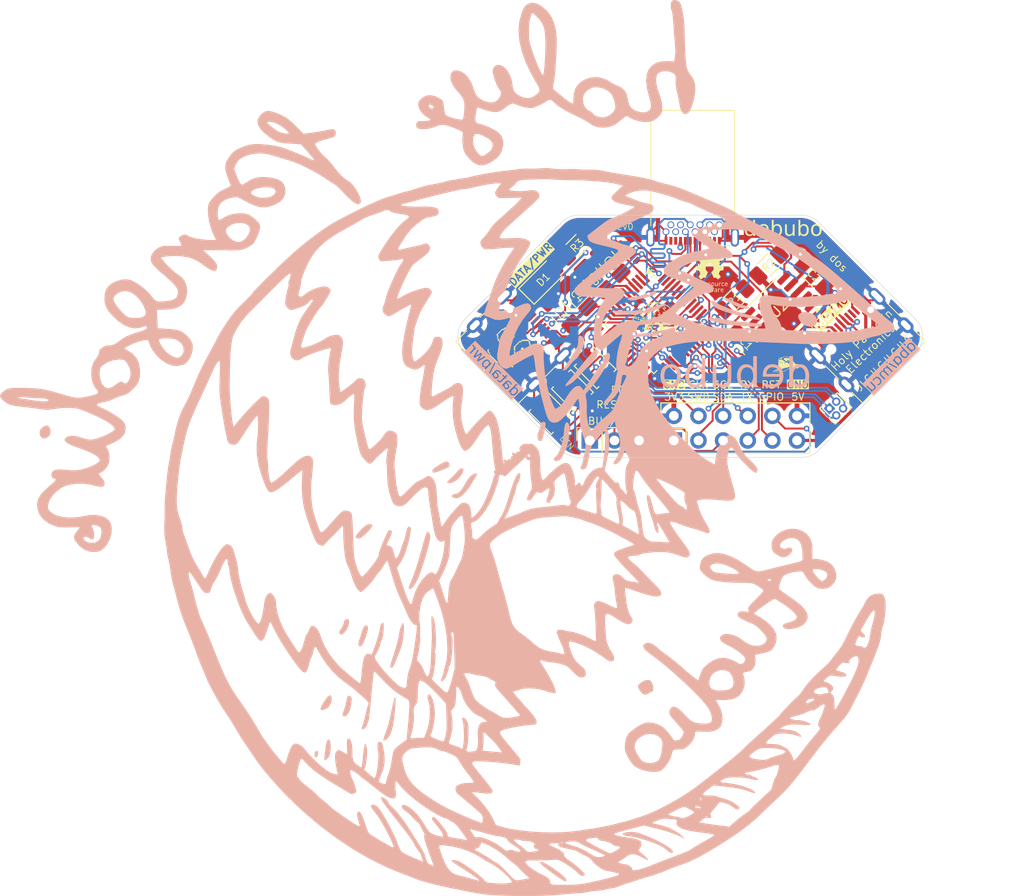
<source format=kicad_pcb>
(kicad_pcb
	(version 20240108)
	(generator "pcbnew")
	(generator_version "8.0")
	(general
		(thickness 1.6)
		(legacy_teardrops no)
	)
	(paper "A4")
	(layers
		(0 "F.Cu" signal)
		(1 "In1.Cu" power)
		(2 "In2.Cu" power)
		(31 "B.Cu" signal)
		(32 "B.Adhes" user "B.Adhesive")
		(33 "F.Adhes" user "F.Adhesive")
		(34 "B.Paste" user)
		(35 "F.Paste" user)
		(36 "B.SilkS" user "B.Silkscreen")
		(37 "F.SilkS" user "F.Silkscreen")
		(38 "B.Mask" user)
		(39 "F.Mask" user)
		(40 "Dwgs.User" user "User.Drawings")
		(41 "Cmts.User" user "User.Comments")
		(42 "Eco1.User" user "User.Eco1")
		(43 "Eco2.User" user "User.Eco2")
		(44 "Edge.Cuts" user)
		(45 "Margin" user)
		(46 "B.CrtYd" user "B.Courtyard")
		(47 "F.CrtYd" user "F.Courtyard")
		(48 "B.Fab" user)
		(49 "F.Fab" user)
		(50 "User.1" user)
		(51 "User.2" user)
		(52 "User.3" user)
		(53 "User.4" user)
		(54 "User.5" user)
		(55 "User.6" user)
		(56 "User.7" user)
		(57 "User.8" user)
		(58 "User.9" user)
	)
	(setup
		(stackup
			(layer "F.SilkS"
				(type "Top Silk Screen")
				(color "White")
			)
			(layer "F.Paste"
				(type "Top Solder Paste")
			)
			(layer "F.Mask"
				(type "Top Solder Mask")
				(color "Green")
				(thickness 0.01)
			)
			(layer "F.Cu"
				(type "copper")
				(thickness 0.035)
			)
			(layer "dielectric 1"
				(type "prepreg")
				(color "FR4 natural")
				(thickness 0.1)
				(material "FR4")
				(epsilon_r 4.5)
				(loss_tangent 0.02)
			)
			(layer "In1.Cu"
				(type "copper")
				(thickness 0.035)
			)
			(layer "dielectric 2"
				(type "core")
				(thickness 1.24)
				(material "FR4")
				(epsilon_r 4.5)
				(loss_tangent 0.02)
			)
			(layer "In2.Cu"
				(type "copper")
				(thickness 0.035)
			)
			(layer "dielectric 3"
				(type "prepreg")
				(thickness 0.1)
				(material "FR4")
				(epsilon_r 4.5)
				(loss_tangent 0.02)
			)
			(layer "B.Cu"
				(type "copper")
				(thickness 0.035)
			)
			(layer "B.Mask"
				(type "Bottom Solder Mask")
				(color "Green")
				(thickness 0.01)
			)
			(layer "B.Paste"
				(type "Bottom Solder Paste")
			)
			(layer "B.SilkS"
				(type "Bottom Silk Screen")
				(color "White")
			)
			(copper_finish "ENIG")
			(dielectric_constraints no)
		)
		(pad_to_mask_clearance 0)
		(allow_soldermask_bridges_in_footprints no)
		(pcbplotparams
			(layerselection 0x00010fc_ffffffff)
			(plot_on_all_layers_selection 0x0000000_00000000)
			(disableapertmacros no)
			(usegerberextensions yes)
			(usegerberattributes yes)
			(usegerberadvancedattributes yes)
			(creategerberjobfile yes)
			(dashed_line_dash_ratio 12.000000)
			(dashed_line_gap_ratio 3.000000)
			(svgprecision 4)
			(plotframeref no)
			(viasonmask no)
			(mode 1)
			(useauxorigin no)
			(hpglpennumber 1)
			(hpglpenspeed 20)
			(hpglpendiameter 15.000000)
			(pdf_front_fp_property_popups yes)
			(pdf_back_fp_property_popups yes)
			(dxfpolygonmode yes)
			(dxfimperialunits yes)
			(dxfusepcbnewfont yes)
			(psnegative no)
			(psa4output no)
			(plotreference yes)
			(plotvalue yes)
			(plotfptext yes)
			(plotinvisibletext no)
			(sketchpadsonfab no)
			(subtractmaskfromsilk yes)
			(outputformat 1)
			(mirror no)
			(drillshape 0)
			(scaleselection 1)
			(outputdirectory "gerbers/")
		)
	)
	(net 0 "")
	(net 1 "unconnected-(U1A-PB14-Pad26)")
	(net 2 "unconnected-(U1A-PF1-OSC_OUT-Pad9)")
	(net 3 "D+")
	(net 4 "D-")
	(net 5 "VBUS")
	(net 6 "unconnected-(U1A-PB4-Pad43)")
	(net 7 "unconnected-(U1A-PF0-OSC_IN-Pad8)")
	(net 8 "PD2_CC1")
	(net 9 "unconnected-(U1A-PB0-Pad19)")
	(net 10 "unconnected-(U1A-PB13-Pad25)")
	(net 11 "unconnected-(U1A-PC14-OSC32_IN-Pad2)")
	(net 12 "unconnected-(U1A-PC7-Pad31)")
	(net 13 "PD2_CC2")
	(net 14 "DBG_VBUS")
	(net 15 "DBG_D-")
	(net 16 "DBG_D+")
	(net 17 "Net-(J2-CC1)")
	(net 18 "Net-(J2-CC2)")
	(net 19 "SBU1")
	(net 20 "PD1_CC2")
	(net 21 "unconnected-(U1A-PB9-Pad48)")
	(net 22 "unconnected-(U1A-PA12[PA10]-Pad34)")
	(net 23 "unconnected-(U1A-PB12-Pad24)")
	(net 24 "PD1_CC1")
	(net 25 "unconnected-(U1A-PB8-Pad47)")
	(net 26 "SBU2")
	(net 27 "I2C_SCL")
	(net 28 "RESET")
	(net 29 "unconnected-(U1A-PB3-Pad42)")
	(net 30 "unconnected-(U1A-PC15-OSC32_OUT-Pad3)")
	(net 31 "SWDIO")
	(net 32 "I2C_SDA")
	(net 33 "BOOT")
	(net 34 "unconnected-(U1A-PB5-Pad44)")
	(net 35 "STM_RX")
	(net 36 "unconnected-(U1A-PB1-Pad20)")
	(net 37 "V3")
	(net 38 "STM_TX")
	(net 39 "Net-(U1B-VREF+)")
	(net 40 "Net-(D1-A)")
	(net 41 "GPIO")
	(net 42 "LED")
	(net 43 "BTN")
	(net 44 "SPI_MISO")
	(net 45 "SPI_MOSI")
	(net 46 "unconnected-(U1A-PA15-Pad37)")
	(net 47 "SPI_NSS")
	(net 48 "SPI_SCK")
	(net 49 "GND")
	(net 50 "BD+")
	(net 51 "BD-")
	(footprint "LOGO" (layer "F.Cu") (at 151.5 98.9))
	(footprint "Capacitor_SMD:C_1206_3216Metric_Pad1.33x1.80mm_HandSolder" (layer "F.Cu") (at 131.5951 90.0951 -45))
	(footprint "Button_Switch_SMD:SW_SPST_B3U-1000P" (layer "F.Cu") (at 127 103.95 135))
	(footprint "Debubo:SolderJumperSmol" (layer "F.Cu") (at 134.517157 86.717157 -45))
	(footprint "Capacitor_SMD:C_1206_3216Metric_Pad1.33x1.80mm_HandSolder" (layer "F.Cu") (at 129.8451 91.8451 135))
	(footprint "Capacitor_SMD:C_1206_3216Metric_Pad1.33x1.80mm_HandSolder" (layer "F.Cu") (at 147.25 96.75 135))
	(footprint "LOGO" (layer "F.Cu") (at 122.75 97.25 -45))
	(footprint "Capacitor_SMD:C_1206_3216Metric_Pad1.33x1.80mm_HandSolder" (layer "F.Cu") (at 154.25 89.75 135))
	(footprint "Capacitor_SMD:C_1206_3216Metric_Pad1.33x1.80mm_HandSolder" (layer "F.Cu") (at 133.25 88.3951 135))
	(footprint "Package_QFP:LQFP-48_7x7mm_P0.5mm" (layer "F.Cu") (at 137.75 94.75 -45))
	(footprint "Resistor_SMD:R_1206_3216Metric_Pad1.30x1.75mm_HandSolder" (layer "F.Cu") (at 149.596 88.654 45))
	(footprint "LOGO"
		(layer "F.Cu")
		(uuid "4785eff3-e543-4da4-b599-ea83da64dc85")
		(at 137.721624 94.35644)
		(property "Reference" "GPANG"
			(at 0 0 0)
			(layer "F.SilkS")
			(hide yes)
			(uuid "97468709-a4d4-4dba-b48b-3ea4b6fea43f")
			(effects
				(font
					(size 1.5 1.5)
					(thickness 0.3)
				)
			)
		)
		(property "Value" "LOGO"
			(at 0.75 0 0)
			(layer "F.SilkS")
			(hide yes)
			(uuid "6daeae5d-edac-4c57-9798-fda9de553c26")
			(effects
				(font
					(size 1.5 1.5)
					(thickness 0.3)
				)
			)
		)
		(property "Footprint" "LOGO"
			(at 0 0 0)
			(unlocked yes)
			(layer "F.Fab")
			(hide yes)
			(uuid "f22c43c4-e540-4514-ae0e-6121c9681813")
			(effects
				(font
					(size 1.27 1.27)
					(thickness 0.15)
				)
			)
		)
		(property "Datasheet" ""
			(at 0 0 0)
			(unlocked yes)
			(layer "F.Fab")
			(hide yes)
			(uuid "fc718c03-6242-424a-afe7-693a5f74999c")
			(effects
				(font
					(size 1.27 1.27)
					(thickness 0.15)
				)
			)
		)
		(property "Description" ""
			(at 0 0 0)
			(unlocked yes)
			(layer "F.Fab")
			(hide yes)
			(uuid "b837c190-3137-441e-b8ad-e8a1ef3dd34a")
			(effects
				(font
					(size 1.27 1.27)
					(thickness 0.15)
				)
			)
		)
		(attr board_only exclude_from_pos_files exclude_from_bom)
		(fp_poly
			(pts
				(xy 2.093733 0.587019) (xy 2.103678 0.595358) (xy 2.109433 0.604975) (xy 2.109011 0.610894) (xy 2.101548 0.616413)
				(xy 2.091148 0.612209) (xy 2.083789 0.605688) (xy 2.074338 0.593558) (xy 2.074319 0.58593) (xy 2.082928 0.583461)
			)
			(stroke
				(width 0)
				(type solid)
			)
			(fill solid)
			(layer "F.SilkS")
			(uuid "ac657206-7708-43c0-a1e8-c783de963f3a")
		)
		(fp_poly
			(pts
				(xy -1.932415 0.436049) (xy -1.925149 0.445848) (xy -1.923187 0.450927) (xy -1.917452 0.479205)
				(xy -1.921547 0.502697) (xy -1.926811 0.511926) (xy -1.936295 0.525842) (xy -1.942654 0.536292)
				(xy -1.953549 0.545756) (xy -1.969758 0.549436) (xy -1.986971 0.547105) (xy -2.000121 0.539323)
				(xy -2.009805 0.522618) (xy -2.011184 0.502562) (xy -2.005499 0.481498) (xy -1.993991 0.461765)
				(xy -1.977899 0.445707) (xy -1.958466 0.435664) (xy -1.944024 0.433465)
			)
			(stroke
				(width 0)
				(type solid)
			)
			(fill solid)
			(layer "F.SilkS")
			(uuid "1ebe9809-4fe8-4c80-ad44-ce21a3ff5c95")
		)
		(fp_poly
			(pts
				(xy 0.291162 -0.18097) (xy 0.305685 -0.178322) (xy 0.32908 -0.174645) (xy 0.354861 -0.172493) (xy 0.364242 -0.17226)
				(xy 0.383564 -0.17141) (xy 0.392622 -0.168339) (xy 0.392171 -0.162265) (xy 0.383209 -0.152623) (xy 0.367257 -0.144378)
				(xy 0.34474 -0.140389) (xy 0.319403 -0.140772) (xy 0.294995 -0.145644) (xy 0.284784 -0.149575) (xy 0.268497 -0.158373)
				(xy 0.262059 -0.16572) (xy 0.264617 -0.173162) (xy 0.269293 -0.177642) (xy 0.277661 -0.181298)
			)
			(stroke
				(width 0)
				(type solid)
			)
			(fill solid)
			(layer "F.SilkS")
			(uuid "219769a4-c93b-43b4-a94a-8eebe24ec2ae")
		)
		(fp_poly
			(pts
				(xy 1.821885 0.375303) (xy 1.845162 0.381754) (xy 1.854544 0.384657) (xy 1.878995 0.393796) (xy 1.892572 0.402369)
				(xy 1.89522 0.410274) (xy 1.886887 0.417409) (xy 1.874021 0.422022) (xy 1.859689 0.425906) (xy 1.850723 0.426988)
				(xy 1.841688 0.425099) (xy 1.828698 0.420612) (xy 1.813897 0.412722) (xy 1.801074 0.401406) (xy 1.792672 0.389451)
				(xy 1.791134 0.379644) (xy 1.791716 0.378415) (xy 1.797033 0.373819) (xy 1.806466 0.372719)
			)
			(stroke
				(width 0)
				(type solid)
			)
			(fill solid)
			(layer "F.SilkS")
			(uuid "2976cb09-dd76-4521-8f9e-39d240b55eb0")
		)
		(fp_poly
			(pts
				(xy 0.987596 -0.2862) (xy 0.993506 -0.285602) (xy 1.020791 -0.281808) (xy 1.037653 -0.276844) (xy 1.044762 -0.270205)
				(xy 1.042787 -0.261388) (xy 1.036218 -0.253508) (xy 1.029685 -0.248883) (xy 1.020052 -0.246328)
				(xy 1.005136 -0.245685) (xy 0.982751 -0.246796) (xy 0.9641 -0.248303) (xy 0.937224 -0.251982) (xy 0.921243 -0.257445)
				(xy 0.916065 -0.264782) (xy 0.9216 -0.274081) (xy 0.931031 -0.281306) (xy 0.939621 -0.285765) (xy 0.949999 -0.287935)
				(xy 0.965035 -0.288014)
			)
			(stroke
				(width 0)
				(type solid)
			)
			(fill solid)
			(layer "F.SilkS")
			(uuid "a1f3aeea-364e-44a6-9f33-acc2d70590f8")
		)
		(fp_poly
			(pts
				(xy 1.433889 0.081229) (xy 1.437538 0.084741) (xy 1.446012 0.09153) (xy 1.461055 0.098914) (xy 1.47839 0.105067)
				(xy 1.491993 0.107996) (xy 1.501064 0.113136) (xy 1.503106 0.122709) (xy 1.500918 0.132624) (xy 1.492209 0.136835)
				(xy 1.486436 0.137543) (xy 1.471083 0.136057) (xy 1.452373 0.130656) (xy 1.445713 0.127894) (xy 1.425516 0.116454)
				(xy 1.411517 0.104182) (xy 1.405188 0.092721) (xy 1.407025 0.084741) (xy 1.417199 0.078697) (xy 1.422937 0.077795)
			)
			(stroke
				(width 0)
				(type solid)
			)
			(fill solid)
			(layer "F.SilkS")
			(uuid "6b006c0c-942b-4a76-8d3f-47ad988798a7")
		)
		(fp_poly
			(pts
				(xy 1.98597 0.578947) (xy 1.999716 0.586146) (xy 2.015612 0.598914) (xy 2.018323 0.60152) (xy 2.035036 0.617572)
				(xy 2.051841 0.633055) (xy 2.060257 0.640461) (xy 2.073606 0.653431) (xy 2.077198 0.661703) (xy 2.071022 0.665921)
				(xy 2.059784 0.666812) (xy 2.042286 0.663123) (xy 2.023211 0.65116) (xy 2.018502 0.647268) (xy 2.001906 0.631055)
				(xy 1.987336 0.613288) (xy 1.976889 0.596854) (xy 1.972664 0.584638) (xy 1.972653 0.584194) (xy 1.976305 0.578052)
			)
			(stroke
				(width 0)
				(type solid)
			)
			(fill solid)
			(layer "F.SilkS")
			(uuid "30d1cda9-4e39-43c1-8c94-f16a6dbcccdc")
		)
		(fp_poly
			(pts
				(xy 1.360202 0.18516) (xy 1.378611 0.193839) (xy 1.392034 0.202524) (xy 1.41137 0.215377) (xy 1.430826 0.227522)
				(xy 1.440593 0.233199) (xy 1.455701 0.244315) (xy 1.461418 0.255232) (xy 1.461431 0.255724) (xy 1.457244 0.264409)
				(xy 1.446039 0.26658) (xy 1.429843 0.262176) (xy 1.419668 0.257) (xy 1.395418 0.24271) (xy 1.378606 0.232563)
				(xy 1.367037 0.22516) (xy 1.358518 0.2191) (xy 1.351383 0.213422) (xy 1.341313 0.201336) (xy 1.340855 0.192584)
				(xy 1.347848 0.184787)
			)
			(stroke
				(width 0)
				(type solid)
			)
			(fill solid)
			(layer "F.SilkS")
			(uuid "c0b9abc3-53e5-4895-a3cd-2521847c850b")
		)
		(fp_poly
			(pts
				(xy 0.413586 -0.283612) (xy 0.414676 -0.282817) (xy 0.421077 -0.27524) (xy 0.419885 -0.268359) (xy 0.410173 -0.261336)
				(xy 0.39101 -0.253331) (xy 0.376471 -0.248327) (xy 0.351583 -0.240272) (xy 0.334994 -0.235608) (xy 0.324499 -0.234101)
				(xy 0.317891 -0.23552) (xy 0.312963 -0.23963) (xy 0.311401 -0.241453) (xy 0.306511 -0.254333) (xy 0.310187 -0.266879)
				(xy 0.316736 -0.272492) (xy 0.326101 -0.275344) (xy 0.342994 -0.278954) (xy 0.363929 -0.282587)
				(xy 0.366055 -0.282914) (xy 0.389798 -0.285914) (xy 0.404926 -0.286148)
			)
			(stroke
				(width 0)
				(type solid)
			)
			(fill solid)
			(layer "F.SilkS")
			(uuid "ce4f3cb3-bef1-4aea-9e48-3a9138344b38")
		)
		(fp_poly
			(pts
				(xy 1.465457 2.002335) (xy 1.466299 2.012863) (xy 1.463751 2.032398) (xy 1.457782 2.061456) (xy 1.448391 2.10045)
				(xy 1.439302 2.135626) (xy 1.432071 2.161223) (xy 1.426245 2.178531) (xy 1.421372 2.188842) (xy 1.416998 2.193446)
				(xy 1.415587 2.193934) (xy 1.409002 2.192961) (xy 1.406238 2.185056) (xy 1.405863 2.175565) (xy 1.407516 2.157252)
				(xy 1.411981 2.132822) (xy 1.418517 2.104896) (xy 1.426384 2.076095) (xy 1.43484 2.049041) (xy 1.443145 2.026356)
				(xy 1.450557 2.010661) (xy 1.453717 2.006232) (xy 1.461253 2.000297)
			)
			(stroke
				(width 0)
				(type solid)
			)
			(fill solid)
			(layer "F.SilkS")
			(uuid "75941cb2-c3a2-4af2-b84f-9d45d51ae054")
		)
		(fp_poly
			(pts
				(xy -1.646773 0.06286) (xy -1.647219 0.069096) (xy -1.651096 0.082747) (xy -1.657409 0.101035) (xy -1.665165 0.12118)
				(xy -1.673369 0.140405) (xy -1.678071 0.1503) (xy -1.690145 0.170935) (xy -1.703588 0.188594) (xy -1.716348 0.200931)
				(xy -1.726375 0.2056) (xy -1.726417 0.2056) (xy -1.733136 0.203819) (xy -1.733713 0.202686) (xy -1.730957 0.196903)
				(xy -1.723687 0.184336) (xy -1.713393 0.167553) (xy -1.711899 0.165178) (xy -1.698673 0.142274)
				(xy -1.686187 0.11746) (xy -1.678352 0.099148) (xy -1.669389 0.079714) (xy -1.659885 0.066528) (xy -1.651271 0.061234)
			)
			(stroke
				(width 0)
				(type solid)
			)
			(fill solid)
			(layer "F.SilkS")
			(uuid "9e7d9363-affc-47c0-b36b-875cde412a35")
		)
		(fp_poly
			(pts
				(xy 1.723499 0.456051) (xy 1.739203 0.467998) (xy 1.743829 0.471833) (xy 1.762782 0.486328) (xy 1.782952 0.499741)
				(xy 1.793448 0.505734) (xy 1.809096 0.514494) (xy 1.815802 0.520953) (xy 1.814859 0.527138) (xy 1.810396 0.532338)
				(xy 1.804117 0.537064) (xy 1.796134 0.53802) (xy 1.782841 0.535264) (xy 1.774381 0.532889) (xy 1.761489 0.526592)
				(xy 1.744364 0.514893) (xy 1.726611 0.500266) (xy 1.725829 0.499555) (xy 1.709979 0.484461) (xy 1.701436 0.474265)
				(xy 1.698853 0.466892) (xy 1.700636 0.460717) (xy 1.706278 0.452942) (xy 1.713212 0.451209)
			)
			(stroke
				(width 0)
				(type solid)
			)
			(fill solid)
			(layer "F.SilkS")
			(uuid "ab5a3f2e-d8c6-4a58-93da-27bef9253d04")
		)
		(fp_poly
			(pts
				(xy -0.282151 -0.070954) (xy -0.269412 -0.062244) (xy -0.254826 -0.052441) (xy -0.243916 -0.045979)
				(xy -0.240111 -0.044454) (xy -0.231681 -0.040297) (xy -0.220931 -0.030318) (xy -0.211208 -0.018253)
				(xy -0.205861 -0.00784) (xy -0.205601 -0.005927) (xy -0.209338 0.002826) (xy -0.217344 0.009681)
				(xy -0.224115 0.010705) (xy -0.228743 0.007533) (xy -0.239967 -0.000382) (xy -0.255126 -0.011162)
				(xy -0.273362 -0.024805) (xy -0.289987 -0.038304) (xy -0.299417 -0.046837) (xy -0.308417 -0.056701)
				(xy -0.310015 -0.062999) (xy -0.304999 -0.069681) (xy -0.304142 -0.070543) (xy -0.298052 -0.075501)
				(xy -0.291743 -0.075882)
			)
			(stroke
				(width 0)
				(type solid)
			)
			(fill solid)
			(layer "F.SilkS")
			(uuid "2064a8c6-da98-440b-82ba-6b895f9443d5")
		)
		(fp_poly
			(pts
				(xy 1.502965 0.647207) (xy 1.51445 0.655298) (xy 1.533024 0.669195) (xy 1.559134 0.689234) (xy 1.593224 0.715752)
				(xy 1.613008 0.731236) (xy 1.633292 0.745746) (xy 1.658081 0.761536) (xy 1.680923 0.774594) (xy 1.699194 0.78506)
				(xy 1.712858 0.794381) (xy 1.719527 0.800884) (xy 1.71982 0.801857) (xy 1.715135 0.807802) (xy 1.702904 0.809675)
				(xy 1.685868 0.807614) (xy 1.666767 0.801756) (xy 1.660132 0.79885) (xy 1.637266 0.785403) (xy 1.609897 0.764578)
				(xy 1.5774 0.73585) (xy 1.539147 0.698695) (xy 1.532732 0.692218) (xy 1.512594 0.671228) (xy 1.500216 0.656836)
				(xy 1.495038 0.648272) (xy 1.4965 0.644766) (xy 1.498122 0.644585)
			)
			(stroke
				(width 0)
				(type solid)
			)
			(fill solid)
			(layer "F.SilkS")
			(uuid "8c4e9124-530b-4685-a3a7-5ca136c6afa3")
		)
		(fp_poly
			(pts
				(xy -0.394818 0.026768) (xy -0.378783 0.039138) (xy -0.367441 0.050654) (xy -0.343563 0.074357)
				(xy -0.317013 0.096232) (xy -0.289697 0.115134) (xy -0.26352 0.129913) (xy -0.240386 0.139424) (xy -0.2222 0.142518)
				(xy -0.216446 0.141612) (xy -0.207342 0.142927) (xy -0.202548 0.150711) (xy -0.203924 0.160593)
				(xy -0.206786 0.164315) (xy -0.224012 0.173494) (xy -0.24403 0.173072) (xy -0.250055 0.170978) (xy -0.263018 0.165368)
				(xy -0.281211 0.157457) (xy -0.29323 0.152216) (xy -0.310503 0.142602) (xy -0.331629 0.127821) (xy -0.354228 0.109912)
				(xy -0.375919 0.09091) (xy -0.394321 0.072852) (xy -0.407055 0.057775) (xy -0.410668 0.051741) (xy -0.416283 0.034388)
				(xy -0.414735 0.024422) (xy -0.407191 0.021872)
			)
			(stroke
				(width 0)
				(type solid)
			)
			(fill solid)
			(layer "F.SilkS")
			(uuid "fec170a4-69cc-467a-8e5e-3f1a230f8936")
		)
		(fp_poly
			(pts
				(xy 0.265586 -0.103844) (xy 0.29326 -0.096543) (xy 0.313957 -0.088909) (xy 0.34638 -0.077656) (xy 0.371124 -0.07296)
				(xy 0.389405 -0.074712) (xy 0.400832 -0.081247) (xy 0.4117 -0.086687) (xy 0.422103 -0.085908) (xy 0.427707 -0.079476)
				(xy 0.427871 -0.077717) (xy 0.424252 -0.070049) (xy 0.41542 -0.059305) (xy 0.414232 -0.058094) (xy 0.403453 -0.050048)
				(xy 0.389706 -0.045864) (xy 0.370733 -0.045332) (xy 0.344281 -0.048245) (xy 0.330797 -0.050379)
				(xy 0.312194 -0.054198) (xy 0.296683 -0.058589) (xy 0.2919 -0.060495) (xy 0.280424 -0.064974) (xy 0.26271 -0.070736)
				(xy 0.248665 -0.074828) (xy 0.228386 -0.081441) (xy 0.21862 -0.087481) (xy 0.218832 -0.093579) (xy 0.227462 -0.099827)
				(xy 0.244201 -0.104869)
			)
			(stroke
				(width 0)
				(type solid)
			)
			(fill solid)
			(layer "F.SilkS")
			(uuid "aa57f71c-03df-4b13-9366-b692924adf74")
		)
		(fp_poly
			(pts
				(xy 0.688605 -0.011353) (xy 0.701975 -0.003788) (xy 0.721271 0.008305) (xy 0.744938 0.023957) (xy 0.767458 0.039424)
				(xy 0.826809 0.080025) (xy 0.878204 0.113407) (xy 0.921964 0.139766) (xy 0.958407 0.159302) (xy 0.968927 0.164305)
				(xy 0.987478 0.174007) (xy 0.996063 0.181753) (xy 0.996564 0.18643) (xy 0.988945 0.192856) (xy 0.973157 0.19307)
				(xy 0.948848 0.187033) (xy 0.924315 0.178183) (xy 0.907592 0.170196) (xy 0.883899 0.156993) (xy 0.855265 0.139887)
				(xy 0.823714 0.120187) (xy 0.791275 0.099205) (xy 0.759973 0.078252) (xy 0.731836 0.058637) (xy 0.70889 0.041673)
				(xy 0.693207 0.028711) (xy 0.682906 0.015382) (xy 0.678041 0.001283) (xy 0.679499 -0.010023) (xy 0.682717 -0.013419)
			)
			(stroke
				(width 0)
				(type solid)
			)
			(fill solid)
			(layer "F.SilkS")
			(uuid "8db06e1b-b52d-4d45-93b6-869ea0c98fa3")
		)
		(fp_poly
			(pts
				(xy 1.174462 0.325643) (xy 1.189649 0.334338) (xy 1.206815 0.346341) (xy 1.222795 0.359614) (xy 1.223649 0.360408)
				(xy 1.241211 0.375015) (xy 1.267123 0.393982) (xy 1.299981 0.416348) (xy 1.338381 0.441148) (xy 1.369781 0.46065)
				(xy 1.388205 0.473468) (xy 1.397243 0.483444) (xy 1.396588 0.49006) (xy 1.388732 0.492601) (xy 1.380305 0.490502)
				(xy 1.365211 0.484199) (xy 1.34645 0.474968) (xy 1.343023 0.473152) (xy 1.319133 0.460353) (xy 1.293981 0.446883)
				(xy 1.274581 0.436499) (xy 1.256804 0.425398) (xy 1.237379 0.410686) (xy 1.217639 0.393743) (xy 1.198918 0.375952)
				(xy 1.182547 0.358694) (xy 1.169859 0.343349) (xy 1.162187 0.331301) (xy 1.160864 0.32393) (xy 1.164419 0.322293)
			)
			(stroke
				(width 0)
				(type solid)
			)
			(fill solid)
			(layer "F.SilkS")
			(uuid "2a39b8c1-5611-4ea6-845e-23816d860d9a")
		)
		(fp_poly
			(pts
				(xy -0.827971 -0.209095) (xy -0.813612 -0.207488) (xy -0.792779 -0.20421) (xy -0.764276 -0.199139)
				(xy -0.726905 -0.192155) (xy -0.694597 -0.186018) (xy -0.661235 -0.17971) (xy -0.629973 -0.173885)
				(xy -0.603147 -0.168972) (xy -0.583096 -0.1654) (xy -0.573737 -0.163832) (xy -0.557549 -0.159956)
				(xy -0.550571 -0.155243) (xy -0.553519 -0.150501) (xy -0.559845 -0.148114) (xy -0.597189 -0.142649)
				(xy -0.639029 -0.144932) (xy -0.657216 -0.147259) (xy -0.682781 -0.150142) (xy -0.712031 -0.153178)
				(xy -0.735631 -0.15545) (xy -0.762647 -0.158354) (xy -0.786464 -0.16166) (xy -0.804391 -0.164948)
				(xy -0.813426 -0.167622) (xy -0.833021 -0.180726) (xy -0.843328 -0.194579) (xy -0.844629 -0.201246)
				(xy -0.844187 -0.205107) (xy -0.842061 -0.207783) (xy -0.837055 -0.209153)
			)
			(stroke
				(width 0)
				(type solid)
			)
			(fill solid)
			(layer "F.SilkS")
			(uuid "7846a38d-13d3-45fb-b3b8-ac7eea47cadf")
		)
		(fp_poly
			(pts
				(xy -1.572707 0.027122) (xy -1.570004 0.03947) (xy -1.569862 0.055766) (xy -1.572529 0.072099) (xy -1.578621 0.086904)
				(xy -1.590379 0.108737) (xy -1.60667 0.135838) (xy -1.626363 0.166442) (xy -1.648325 0.198788) (xy -1.671424 0.231112)
				(xy -1.693067 0.259779) (xy -1.71196 0.283295) (xy -1.725372 0.298073) (xy -1.733949 0.304646) (xy -1.738337 0.303548)
				(xy -1.739269 0.297894) (xy -1.736202 0.289467) (xy -1.72826 0.275608) (xy -1.719869 0.263164) (xy -1.696231 0.230008)
				(xy -1.677712 0.203286) (xy -1.662753 0.180553) (xy -1.64979 0.159362) (xy -1.637263 0.137269) (xy -1.62535 0.11512)
				(xy -1.613257 0.091375) (xy -1.603425 0.070364) (xy -1.596921 0.054484) (xy -1.594793 0.046475)
				(xy -1.591477 0.034326) (xy -1.583837 0.024764) (xy -1.577614 0.022227)
			)
			(stroke
				(width 0)
				(type solid)
			)
			(fill solid)
			(layer "F.SilkS")
			(uuid "30de9b28-1281-4ef3-b6e0-8562456619fa")
		)
		(fp_poly
			(pts
				(xy -1.189611 -0.319266) (xy -1.188677 -0.318487) (xy -1.189128 -0.312144) (xy -1.196811 -0.302514)
				(xy -1.209254 -0.291725) (xy -1.223985 -0.281907) (xy -1.238533 -0.275191) (xy -1.23916 -0.27499)
				(xy -1.252771 -0.269223) (xy -1.26941 -0.260248) (xy -1.27378 -0.257578) (xy -1.28833 -0.249498)
				(xy -1.299993 -0.2449) (xy -1.302625 -0.244498) (xy -1.311854 -0.241577) (xy -1.313766 -0.239605)
				(xy -1.322097 -0.234348) (xy -1.335431 -0.231615) (xy -1.347767 -0.232383) (xy -1.350648 -0.233603)
				(xy -1.35435 -0.240964) (xy -1.353275 -0.244173) (xy -1.345818 -0.250142) (xy -1.331071 -0.258206)
				(xy -1.312263 -0.266877) (xy -1.292623 -0.274667) (xy -1.275381 -0.280088) (xy -1.275279 -0.280113)
				(xy -1.258987 -0.286437) (xy -1.24252 -0.296024) (xy -1.241938 -0.296444) (xy -1.217804 -0.312341)
				(xy -1.200273 -0.319985)
			)
			(stroke
				(width 0)
				(type solid)
			)
			(fill solid)
			(layer "F.SilkS")
			(uuid "e3156611-c05e-4ac7-b329-8a1839c879ca")
		)
		(fp_poly
			(pts
				(xy -1.067143 -0.312935) (xy -1.0669 -0.310476) (xy -1.070969 -0.303113) (xy -1.081936 -0.290616)
				(xy -1.097943 -0.274693) (xy -1.117132 -0.257051) (xy -1.137644 -0.239399) (xy -1.157621 -0.223445)
				(xy -1.175204 -0.210898) (xy -1.175257 -0.210864) (xy -1.192876 -0.199202) (xy -1.207348 -0.189279)
				(xy -1.21561 -0.183196) (xy -1.21572 -0.183103) (xy -1.229129 -0.174514) (xy -1.248076 -0.165941)
				(xy -1.270278 -0.15798) (xy -1.293455 -0.151228) (xy -1.315325 -0.146281) (xy -1.333607 -0.143737)
				(xy -1.346019 -0.14419) (xy -1.350296 -0.14791) (xy -1.345445 -0.151808) (xy -1.332258 -0.158674)
				(xy -1.312784 -0.167518) (xy -1.290531 -0.176772) (xy -1.227823 -0.205464) (xy -1.174177 -0.238052)
				(xy -1.127911 -0.275587) (xy -1.11954 -0.283637) (xy -1.099388 -0.301926) (xy -1.083318 -0.313221)
				(xy -1.072261 -0.317049)
			)
			(stroke
				(width 0)
				(type solid)
			)
			(fill solid)
			(layer "F.SilkS")
			(uuid "10b1cf3e-69a6-4d0a-bd43-e0bd2cf87a8a")
		)
		(fp_poly
			(pts
				(xy 0.961002 2.19818) (xy 0.959021 2.207045) (xy 0.949464 2.220169) (xy 0.941332 2.228564) (xy 0.924047 2.247471)
				(xy 0.904913 2.272271) (xy 0.88511 2.300977) (xy 0.865817 2.331602) (xy 0.848211 2.362159) (xy 0.833472 2.39066)
				(xy 0.822778 2.415117) (xy 0.817309 2.433543) (xy 0.816845 2.438459) (xy 0.815084 2.453361) (xy 0.810737 2.468471)
				(xy 0.805207 2.479914) (xy 0.800394 2.483876) (xy 0.793765 2.480467) (xy 0.790943 2.477978) (xy 0.788761 2.468634)
				(xy 0.791312 2.451295) (xy 0.7979 2.427665) (xy 0.807831 2.399449) (xy 0.820408 2.368349) (xy 0.834938 2.33607)
				(xy 0.850724 2.304315) (xy 0.867073 2.274788) (xy 0.883288 2.249193) (xy 0.885681 2.245776) (xy 0.899308 2.230148)
				(xy 0.916564 2.215089) (xy 0.934338 2.202883) (xy 0.949521 2.195819) (xy 0.954863 2.194924)
			)
			(stroke
				(width 0)
				(type solid)
			)
			(fill solid)
			(layer "F.SilkS")
			(uuid "01551c69-6e29-4c37-a8cb-88ed8f939d3b")
		)
		(fp_poly
			(pts
				(xy -1.495502 0.100126) (xy -1.494772 0.103484) (xy -1.498673 0.115409) (xy -1.509684 0.133577)
				(xy -1.526761 0.156679) (xy -1.548862 0.183402) (xy -1.574944 0.212437) (xy -1.603965 0.242472)
				(xy -1.610261 0.24871) (xy -1.6422 0.279829) (xy -1.667385 0.303622) (xy -1.686722 0.320818) (xy -1.701118 0.332142)
				(xy -1.711479 0.338322) (xy -1.71871 0.340085) (xy -1.722681 0.338913) (xy -1.724723 0.337076) (xy -1.72499 0.334284)
				(xy -1.722709 0.329656) (xy -1.717105 0.322316) (xy -1.707403 0.311384) (xy -1.69283 0.295982) (xy -1.672611 0.275232)
				(xy -1.645972 0.248254) (xy -1.617425 0.219492) (xy -1.597086 0.197609) (xy -1.575244 0.171918)
				(xy -1.556534 0.147876) (xy -1.556081 0.147254) (xy -1.542555 0.128703) (xy -1.531078 0.113133)
				(xy -1.523549 0.103115) (xy -1.522211 0.101411) (xy -1.512855 0.095432) (xy -1.502407 0.095121)
			)
			(stroke
				(width 0)
				(type solid)
			)
			(fill solid)
			(layer "F.SilkS")
			(uuid "696d98d2-0c7a-4ea1-8161-0b6e94a12a6c")
		)
		(fp_poly
			(pts
				(xy -0.800957 -0.329451) (xy -0.790147 -0.317255) (xy -0.783158 -0.308956) (xy -0.776097 -0.302233)
				(xy -0.767288 -0.296312) (xy -0.755058 -0.29042) (xy -0.737732 -0.283782) (xy -0.713638 -0.275624)
				(xy -0.6811 -0.265174) (xy -0.669591 -0.261523) (xy -0.64043 -0.252305) (xy -0.620375 -0.245894)
				(xy -0.607969 -0.241641) (xy -0.601756 -0.2389) (xy -0.600278 -0.237021) (xy -0.602079 -0.235357)
				(xy -0.605702 -0.23326) (xy -0.605844 -0.233171) (xy -0.619146 -0.228769) (xy -0.637705 -0.230093)
				(xy -0.658581 -0.235569) (xy -0.678465 -0.239611) (xy -0.698322 -0.240457) (xy -0.701059 -0.240215)
				(xy -0.713818 -0.239912) (xy -0.727989 -0.242481) (xy -0.745834 -0.248646) (xy -0.769619 -0.259136)
				(xy -0.788944 -0.268426) (xy -0.811628 -0.283447) (xy -0.824373 -0.301065) (xy -0.826656 -0.320492)
				(xy -0.825929 -0.324067) (xy -0.820586 -0.335759) (xy -0.812468 -0.337593)
			)
			(stroke
				(width 0)
				(type solid)
			)
			(fill solid)
			(layer "F.SilkS")
			(uuid "e7bbed64-ffca-404b-a0cf-49fd67e1685b")
		)
		(fp_poly
			(pts
				(xy 0.187374 -1.866634) (xy 0.225124 -1.865443) (xy 0.266749 -1.8636) (xy 0.310744 -1.861217) (xy 0.355604 -1.858406)
				(xy 0.399821 -1.855279) (xy 0.44189 -1.85195) (xy 0.480305 -1.84853) (xy 0.51356 -1.845131) (xy 0.540148 -1.841866)
				(xy 0.558564 -1.838848) (xy 0.567103 -1.83632) (xy 0.573597 -1.835176) (xy 0.589074 -1.833486) (xy 0.611428 -1.831452)
				(xy 0.638552 -1.829276) (xy 0.647833 -1.828587) (xy 0.685621 -1.825287) (xy 0.717737 -1.820965)
				(xy 0.748785 -1.814782) (xy 0.783368 -1.805899) (xy 0.802953 -1.80032) (xy 0.833475 -1.791062) (xy 0.862675 -1.781536)
				(xy 0.88766 -1.772729) (xy 0.905537 -1.76563) (xy 0.908532 -1.76425) (xy 0.924119 -1.757266) (xy 0.947262 -1.747589)
				(xy 0.975094 -1.736387) (xy 1.00475 -1.72483) (xy 1.011332 -1.722319) (xy 1.078644 -1.695375) (xy 1.140656 -1.667415)
				(xy 1.203073 -1.635848) (xy 1.211376 -1.631418) (xy 1.246246 -1.613437) (xy 1.282021 -1.596245)
				(xy 1.315299 -1.581416) (xy 1.342679 -1.570522) (xy 1.344553 -1.569853) (xy 1.369242 -1.559054)
				(xy 1.3992 -1.542756) (xy 1.431387 -1.522835) (xy 1.462759 -1.501171) (xy 1.489214 -1.480538) (xy 1.50819 -1.465073)
				(xy 1.526076 -1.451349) (xy 1.539604 -1.441852) (xy 1.541783 -1.440511) (xy 1.554201 -1.431884)
				(xy 1.571054 -1.418469) (xy 1.588729 -1.403144) (xy 1.589016 -1.402883) (xy 1.608676 -1.385421)
				(xy 1.629361 -1.36769) (xy 1.644804 -1.354974) (xy 1.659428 -1.342432) (xy 1.679459 -1.324019) (xy 1.703268 -1.301357)
				(xy 1.729226 -1.276069) (xy 1.755702 -1.249777) (xy 1.781067 -1.224105) (xy 1.803692 -1.200676)
				(xy 1.821946 -1.181111) (xy 1.8342 -1.167034) (xy 1.836447 -1.164144) (xy 1.847252 -1.15067) (xy 1.8633 -1.132018)
				(xy 1.882125 -1.111014) (xy 1.895407 -1.096665) (xy 1.914762 -1.074785) (xy 1.932796 -1.052147)
				(xy 1.947028 -1.031977) (xy 1.9531 -1.021649) (xy 1.965571 -0.99901) (xy 1.980211 -0.974906) (xy 1.987324 -0.9641)
				(xy 2.000058 -0.944061) (xy 2.01416 -0.919689) (xy 2.02497 -0.899375) (xy 2.037266 -0.876358) (xy 2.05082 -0.853078)
				(xy 2.06141 -0.836514) (xy 2.07324 -0.817388) (xy 2.086165 -0.79357) (xy 2.0959 -0.773433) (xy 2.104999 -0.753627)
				(xy 2.117395 -0.727324) (xy 2.131444 -0.69798) (xy 2.145239 -0.669591) (xy 2.164225 -0.627315) (xy 2.183413 -0.57814)
				(xy 2.201241 -0.526143) (xy 2.205902 -0.511223) (xy 2.217046 -0.47567) (xy 2.229102 -0.438822) (xy 2.240912 -0.404114)
				(xy 2.251319 -0.374984) (xy 2.255486 -0.363969) (xy 2.265771 -0.336612) (xy 2.275591 -0.308928)
				(xy 2.283493 -0.28508) (xy 2.286509 -0.27506) (xy 2.293492 -0.251624) (xy 2.302158 -0.224273) (xy 2.309311 -0.202822)
				(xy 2.317045 -0.176892) (xy 2.325489 -0.142829) (xy 2.334076 -0.103542) (xy 2.342237 -0.061938)
				(xy 2.349406 -0.020926) (xy 2.355013 0.016586) (xy 2.358493 0.047692) (xy 2.358677 0.050011) (xy 2.361489 0.077769)
				(xy 2.36585 0.110633) (xy 2.370971 0.142845) (xy 2.37278 0.152811) (xy 2.377946 0.183286) (xy 2.383137 0.219208)
				(xy 2.387572 0.254938) (xy 2.389386 0.272282) (xy 2.392476 0.30355) (xy 2.395873 0.336181) (xy 2.399078 0.365456)
				(xy 2.400784 0.380133) (xy 2.403696 0.414604) (xy 2.405369 0.457672) (xy 2.405826 0.506892) (xy 2.405092 0.559818)
				(xy 2.403188 0.614007) (xy 2.40014 0.667012) (xy 2.397758 0.697375) (xy 2.38265 0.827937) (xy 2.36058 0.955895)
				(xy 2.331912 1.079982) (xy 2.297012 1.19893) (xy 2.256246 1.31147) (xy 2.20998 1.416334) (xy 2.167049 1.497707)
				(xy 2.15236 1.523619) (xy 2.139149 1.547444) (xy 2.128693 1.56684) (xy 2.122272 1.579466) (xy 2.121547 1.581058)
				(xy 2.114077 1.595017) (xy 2.101298 1.61559) (xy 2.084689 1.640592) (xy 2.065724 1.667836) (xy 2.045883 1.695135)
				(xy 2.032938 1.712233) (xy 1.991344 1.765887) (xy 1.955586 1.811457) (xy 1.924932 1.849828) (xy 1.898652 1.881881)
				(xy 1.876014 1.9085) (xy 1.856286 1.930567) (xy 1.838737 1.948965) (xy 1.828177 1.959351) (xy 1.751173 2.030605)
				(xy 1.67177 2.099455) (xy 1.592344 2.163941) (xy 1.515273 2.222105) (xy 1.475322 2.250296) (xy 1.450577 2.267458)
				(xy 1.42836 2.28318) (xy 1.410666 2.296028) (xy 1.399492 2.304564) (xy 1.397528 2.306235) (xy 1.386779 2.314147)
				(xy 1.370002 2.324515) (xy 1.353838 2.333481) (xy 1.333551 2.345012) (xy 1.314586 2.357254) (xy 1.303827 2.365317)
				(xy 1.28747 2.376925) (xy 1.26765 2.388131) (xy 1.261387 2.391086) (xy 1.243328 2.399997) (xy 1.227438 2.409382)
				(xy 1.223003 2.412534) (xy 1.210095 2.419929) (xy 1.191394 2.427677) (xy 1.178549 2.431857) (xy 1.160697 2.437405)
				(xy 1.147073 2.442424) (xy 1.141916 2.445005) (xy 1.134257 2.448834) (xy 1.119148 2.45504) (xy 1.099646 2.462377)
				(xy 1.096629 2.463463) (xy 1.072079 2.47291) (xy 1.043138 2.485018) (xy 1.015346 2.497454) (xy 1.010499 2.499735)
				(xy 0.985575 2.510594) (xy 0.954373 2.522755) (xy 0.921328 2.534546) (xy 0.897418 2.542322) (xy 0.868344 2.551568)
				(xy 0.839924 2.561115) (xy 0.815614 2.569773) (xy 0.800175 2.575794) (xy 0.775468 2.585436) (xy 0.748639 2.59413)
				(xy 0.718091 2.60224) (xy 0.682227 2.610132) (xy 0.639449 2.61817) (xy 0.588161 2.626717) (xy 0.552899 2.632202)
				(xy 0.46896 2.643625) (xy 0.393258 2.650914) (xy 0.323757 2.65418) (xy 0.258423 2.65353) (xy 0.211157 2.650558)
				(xy 0.187363 2.648735) (xy 0.156282 2.646656) (xy 0.121728 2.644562) (xy 0.087517 2.642694) (xy 0.083351 2.642483)
				(xy 0.052025 2.640526) (xy 0.021544 2.637696) (xy -0.009749 2.633701) (xy -0.043511 2.628248) (xy -0.081401 2.621044)
				(xy -0.125074 2.611799) (xy -0.176189 2.600218) (xy -0.235146 2.586311) (xy -0.325638 2.566173)
				(xy -0.415558 2.549351) (xy -0.510493 2.53481) (xy -0.518599 2.533696) (xy -0.556551 2.527464) (xy -0.588353 2.519494)
				(xy -0.618963 2.508428) (xy -0.632916 2.502415) (xy -0.651401 2.494326) (xy -0.676384 2.483637)
				(xy -0.704077 2.471961) (xy -0.72238 2.464339) (xy -0.750631 2.452184) (xy -0.779473 2.439001) (xy -0.804739 2.426731)
				(xy -0.816846 2.420396) (xy -0.838654 2.408641) (xy -0.8657 2.394342) (xy -0.893301 2.379967) (xy -0.902975 2.374991)
				(xy -0.948631 2.350923) (xy -0.987095 2.32922) (xy -1.017604 2.310356) (xy -1.039393 2.294802) (xy -1.050369 2.284305)
				(xy -0.857139 2.284305) (xy -0.856756 2.294328) (xy -0.848674 2.308559) (xy -0.840584 2.318331)
				(xy -0.829058 2.327871) (xy -0.812247 2.338375) (xy -0.7883 2.35104) (xy -0.766143 2.361907) (xy -0.743122 2.372529)
				(xy -0.715193 2.384708) (xy -0.684259 2.397693) (xy -0.652225 2.410731) (xy -0.620995 2.423067)
				(xy -0.592472 2.43395) (xy -0.568563 2.442626) (xy -0.551169 2.448342) (xy -0.542494 2.450343) (xy -0.540992 2.447164)
				(xy -0.543126 2.44359) (xy -0.56249 2.418607) (xy -0.575605 2.400335) (xy -0.583452 2.387041) (xy -0.584473 2.384155)
				(xy -0.511223 2.384155) (xy -0.506653 2.390338) (xy -0.494711 2.399636) (xy -0.478051 2.410369)
				(xy -0.459327 2.420855) (xy -0.441191 2.429414) (xy -0.437406 2.430925) (xy -0.414701 2.441922)
				(xy -0.400437 2.45393) (xy -0.395707 2.465903) (xy -0.396542 2.469988) (xy -0.397827 2.474595) (xy -0.396548 2.478172)
				(xy -0.391109 2.481274) (xy -0.379918 2.484456) (xy -0.361379 2.488271) (xy -0.333898 2.493274)
				(xy -0.325055 2.494844) (xy -0.294185 2.500608) (xy -0.261655 2.507158) (xy -0.232413 2.51348) (xy -0.219493 2.516499)
				(xy -0.196051 2.521727) (xy -0.174464 2.525716) (xy -0.158795 2.527729) (xy -0.156851 2.527826)
				(xy -0.144808 2.527631) (xy -0.141921 2.524572) (xy -0.146249 2.516378) (xy -0.146598 2.515828)
				(xy -0.15379 2.498814) (xy -0.155595 2.489906) (xy -0.05279 2.489906) (xy -0.048385 2.496768) (xy -0.037237 2.50664)
				(xy -0.022448 2.517374) (xy -0.007116 2.526819) (xy 0.005658 2.532826) (xy 0.010643 2.533887) (xy 0.019119 2.536878)
				(xy 0.033334 2.544679) (xy 0.048557 2.554495) (xy 0.078478 2.575103) (xy 0.168046 2.579575) (xy 0.198469 2.581276)
				(xy 0.224863 2.583095) (xy 0.245287 2.584871) (xy 0.257804 2.586444) (xy 0.26078 2.587279) (xy 0.267557 2.588351)
				(xy 0.281948 2.58786) (xy 0.297287 2.586324) (xy 0.319575 2.584429) (xy 0.347351 2.583324) (xy 0.375003 2.583221)
				(xy 0.37786 2.583281) (xy 0.425093 2.584425) (xy 0.446667 2.561068) (xy 0.531278 2.561068) (xy 0.532266 2.563546)
				(xy 0.537236 2.564466) (xy 0.547559 2.563726) (xy 0.564606 2.56122) (xy 0.589745 2.556846) (xy 0.624348 2.550501)
				(xy 0.626808 2.550045) (xy 0.652242 2.545579) (xy 0.674897 2.542042) (xy 0.691718 2.539888) (xy 0.69814 2.539444)
				(xy 0.70885 2.537631) (xy 0.727295 2.532706) (xy 0.750795 2.525444) (xy 0.774263 2.517473) (xy 0.824357 2.49982)
				(xy 0.866147 2.485308) (xy 0.901749 2.473214) (xy 0.933281 2.462816) (xy 0.952986 2.456502) (xy 0.980538 2.446929)
				(xy 1.006264 2.436469) (xy 1.0284 2.426021) (xy 1.045186 2.416487) (xy 1.054858 2.408764) (xy 1.055895 2.403967)
				(xy 1.050312 2.391153) (xy 1.052616 2.374157) (xy 1.055224 2.369197) (xy 1.135455 2.369197) (xy 1.136779 2.372371)
				(xy 1.142525 2.372741) (xy 1.150491 2.370351) (xy 1.16668 2.363687) (xy 1.189409 2.353506) (xy 1.216992 2.340568)
				(xy 1.247745 2.325629) (xy 1.252949 2.323053) (xy 1.292771 2.302898) (xy 1.324874 2.285597) (xy 1.351753 2.26963)
				(xy 1.375905 2.253473) (xy 1.399825 2.235605) (xy 1.41142 2.226407) (xy 1.43461 2.20745) (xy 1.455989 2.189442)
				(xy 1.473343 2.174285) (xy 1.484455 2.163879) (xy 1.485275 2.163028) (xy 1.494894 2.152062) (xy 1.497608 2.14439)
				(xy 1.494312 2.135389) (xy 1.491569 2.13048) (xy 1.48768 2.122921) (xy 1.486097 2.11578) (xy 1.487291 2.106712)
				(xy 1.491733 2.093373) (xy 1.499892 2.073419) (xy 1.505819 2.059514) (xy 1.51572 2.034001) (xy 1.576667 2.034001)
				(xy 1.603789 2.019818) (xy 1.621628 2.009905) (xy 1.637121 2.00031) (xy 1.643064 1.99609) (xy 1.648647 1.990537)
				(xy 1.652461 1.982762) (xy 1.655023 1.970451) (xy 1.655149 1.969127) (xy 1.671868 1.969127) (xy 1.67398 1.980874)
				(xy 1.677308 1.983767) (xy 1.684277 1.980891) (xy 1.696943 1.973532) (xy 1.705981 1.967681) (xy 1.721324 1.956045)
				(xy 1.740741 1.939469) (xy 1.760638 1.921058) (xy 1.765519 1.916281) (xy 1.782557 1.898941) (xy 1.792827 1.886864)
				(xy 1.797725 1.877777) (xy 1.798652 1.869406) (xy 1.797866 1.86369) (xy 1.79804 1.851373) (xy 1.800999 1.83065)
				(xy 1.80625 1.80373) (xy 1.813299 1.772828) (xy 1.821652 1.740153) (xy 1.830817 1.707917) (xy 1.837076 1.687939)
				(xy 1.843782 1.673023) (xy 1.853032 1.65894) (xy 1.862885 1.647834) (xy 1.8714 1.641848) (xy 1.876635 1.643125)
				(xy 1.876964 1.643908) (xy 1.876138 1.651246) (xy 1.872437 1.666546) (xy 1.866524 1.687235) (xy 1.86216 1.701264)
				(xy 1.851039 1.736828) (xy 1.841234 1.769797) (xy 1.833132 1.798711) (xy 1.827117 1.822113) (xy 1.823575 1.838544)
				(xy 1.82289 1.846546) (xy 1.823665 1.846981) (xy 1.828657 1.841341) (xy 1.838111 1.828655) (xy 1.850388 1.811161)
				(xy 1.857013 1.8014) (xy 1.872422 1.778808) (xy 1.888075 1.756445) (xy 1.901198 1.73826) (xy 1.904157 1.734302)
				(xy 1.917106 1.711723) (xy 1.923163 1.686272) (xy 1.922313 1.656441) (xy 1.91454 1.620723) (xy 1.902558 1.584826)
				(xy 1.891977 1.556318) (xy 1.884316 1.537111) (xy 1.878288 1.526221) (xy 1.872606 1.522662) (xy 1.865982 1.525448)
				(xy 1.85713 1.533596) (xy 1.847896 1.542992) (xy 1.813713 1.581549) (xy 1.782387 1.624799) (xy 1.755634 1.669918)
				(xy 1.735166 1.714079) (xy 1.724586 1.746356) (xy 1.718033 1.768673) (xy 1.710373 1.790007) (xy 1.70523 1.801676)
				(xy 1.697503 1.820392) (xy 1.69024 1.844257) (xy 1.683755 1.871222) (xy 1.67836 1.899239) (xy 1.674372 1.926261)
				(xy 1.672103 1.95024) (xy 1.671868 1.969127) (xy 1.655149 1.969127) (xy 1.656848 1.951289) (xy 1.658189 1.928199)
				(xy 1.660205 1.894359) (xy 1.662553 1.869095) (xy 1.665646 1.849868) (xy 1.669893 1.834141) (xy 1.675706 1.819376)
				(xy 1.675873 1.819003) (xy 1.681274 1.804588) (xy 1.683692 1.793516) (xy 1.683701 1.793085) (xy 1.6856 1.784497)
				(xy 1.690702 1.768291) (xy 1.698121 1.747179) (xy 1.70315 1.733712) (xy 1.71142 1.711804) (xy 1.717942 1.694072)
				(xy 1.721857 1.682877) (xy 1.722599 1.680251) (xy 1.71852 1.680479) (xy 1.711851 1.683506) (xy 1.692719 1.688944)
				(xy 1.675922 1.683521) (xy 1.672014 1.680404) (xy 1.665595 1.675801) (xy 1.660578 1.677432) (xy 1.654482 1.686878)
				(xy 1.650817 1.69392) (xy 1.634831 1.729541) (xy 1.620792 1.768838) (xy 1.610024 1.807602) (xy 1.603848 1.841623)
				(xy 1.603562 1.844316) (xy 1.600773 1.866693) (xy 1.597289 1.886493) (xy 1.593851 1.899518) (xy 1.593767 1.899733)
				(xy 1.59053 1.913012) (xy 1.587983 1.93269) (xy 1.586857 1.950426) (xy 1.585498 1.974004) (xy 1.583178 1.997113)
				(xy 1.581192 2.010273) (xy 1.576667 2.034001) (xy 1.51572 2.034001) (xy 1.517872 2.028455) (xy 1.526766 1.999646)
				(xy 1.532222 1.974712) (xy 1.533966 1.955277) (xy 1.531719 1.942965) (xy 1.526315 1.939313) (xy 1.51826 1.942833)
				(xy 1.504664 1.952194) (xy 1.488059 1.965599) (xy 1.482768 1.97023) (xy 1.460778 1.989087) (xy 1.436318 2.008906)
				(xy 1.414652 2.025423) (xy 1.414488 2.025542) (xy 1.396646 2.038675) (xy 1.38137 2.05026) (xy 1.371789 2.05792)
				(xy 1.371418 2.058242) (xy 1.365202 2.06778) (xy 1.357531 2.085383) (xy 1.349281 2.108253) (xy 1.341332 2.133589)
				(xy 1.334562 2.158591) (xy 1.329848 2.180461) (xy 1.328068 2.196397) (xy 1.328068 2.196458) (xy 1.326594 2.213493)
				(xy 1.322981 2.227245) (xy 1.322316 2.22863) (xy 1.313837 2.237336) (xy 1.303976 2.239108) (xy 1.298227 2.234989)
				(xy 1.297195 2.226459) (xy 1.298236 2.209834) (xy 1.30094 2.187852) (xy 1.304897 2.163249) (xy 1.309696 2.138763)
				(xy 1.314928 2.117132) (xy 1.316922 2.1103) (xy 1.322558 2.090792) (xy 1.324557 2.078395) (xy 1.32312 2.069792)
				(xy 1.319774 2.063624) (xy 1.315542 2.053463) (xy 1.315598 2.040676) (xy 1.320371 2.023267) (xy 1.33029 1.999238)
				(xy 1.336447 1.985943) (xy 1.343694 1.969307) (xy 1.347898 1.956985) (xy 1.348263 1.952099) (xy 1.342618 1.953515)
				(xy 1.330939 1.960116) (xy 1.319413 1.967898) (xy 1.304872 1.979373) (xy 1.299944 1.986142) (xy 1.302405 1.988342)
				(xy 1.309513 1.992127) (xy 1.31016 2.000069) (xy 1.303939 2.013167) (xy 1.290443 2.032418) (xy 1.278057 2.048113)
				(xy 1.263606 2.066597) (xy 1.252313 2.082297) (xy 1.245746 2.092968) (xy 1.244717 2.095872) (xy 1.242553 2.104704)
				(xy 1.237115 2.119027) (xy 1.234461 2.125099) (xy 1.223339 2.149933) (xy 1.2162 2.167088) (xy 1.212266 2.17893)
				(xy 1.210761 2.187822) (xy 1.210907 2.196129) (xy 1.210948 2.196618) (xy 1.210636 2.221097) (xy 1.20657 2.248151)
				(xy 1.199671 2.274023) (xy 1.190859 2.294957) (xy 1.184622 2.30405) (xy 1.171981 2.318709) (xy 1.160948 2.332769)
				(xy 1.160014 2.334068) (xy 1.149379 2.348978) (xy 1.141277 2.360238) (xy 1.135455 2.369197) (xy 1.055224 2.369197)
				(xy 1.062191 2.35595) (xy 1.067113 2.349878) (xy 1.078898 2.335908) (xy 1.088045 2.323617) (xy 1.089925 2.320613)
				(xy 1.09278 2.314115) (xy 1.089661 2.312088) (xy 1.078395 2.313667) (xy 1.074431 2.314448) (xy 1.054944 2.317116)
				(xy 1.036336 2.317841) (xy 1.035002 2.317784) (xy 1.010765 2.320838) (xy 0.99039 2.333119) (xy 0.973386 2.355131)
				(xy 0.959259 2.387376) (xy 0.955558 2.398954) (xy 0.950297 2.412307) (xy 0.945079 2.419002) (xy 0.943185 2.419067)
				(xy 0.940532 2.412538) (xy 0.940848 2.397499) (xy 0.94419 2.373135) (xy 0.948016 2.351903) (xy 0.949435 2.339515)
				(xy 0.946189 2.334574) (xy 0.940035 2.333844) (xy 0.928101 2.330342) (xy 0.914664 2.321841) (xy 0.913828 2.321137)
				(xy 0.904463 2.312128) (xy 0.902057 2.304409) (xy 0.905565 2.292902) (xy 0.907204 2.288932) (xy 0.914962 2.275308)
				(xy 0.927911 2.257365) (xy 0.935904 2.24775) (xy 1.025161 2.24775) (xy 1.030891 2.250312) (xy 1.03646 2.250492)
				(xy 1.050902 2.24912) (xy 1.069557 2.245688) (xy 1.075616 2.24426) (xy 1.092094 2.23876) (xy 1.100665 2.231517)
				(xy 1.102731 2.226264) (xy 1.128024 2.226264) (xy 1.131272 2.228058) (xy 1.14187 2.224118) (xy 1.149151 2.220499)
				(xy 1.165821 2.209452) (xy 1.177871 2.194681) (xy 1.187345 2.173235) (xy 1.191769 2.159043) (xy 1.200176 2.133924)
				(xy 1.210934 2.107703) (xy 1.222439 2.08388) (xy 1.233084 2.065959) (xy 1.236451 2.061562) (xy 1.243017 2.052359)
				(xy 1.251436 2.038729) (xy 1.259601 2.024345) (xy 1.265405 2.012878) (xy 1.266944 2.008408) (xy 1.262986 2.00815)
				(xy 1.252766 2.013297) (xy 1.238757 2.022386) (xy 1.223438 2.033956) (xy 1.222863 2.034425) (xy 1.210604 2.046787)
				(xy 1.202907 2.058916) (xy 1.201923 2.06225) (xy 1.198923 2.071439) (xy 1.191927 2.088479) (xy 1.181855 2.111255)
				(xy 1.169626 2.137651) (xy 1.164042 2.149364) (xy 1.151462 2.175651) (xy 1.140797 2.198177) (xy 1.132887 2.21515)
				(xy 1.128572 2.224777) (xy 1.128024 2.226264) (xy 1.102731 2.226264) (xy 1.103849 2.223422) (xy 1.108779 2.209334)
				(xy 1.113509 2.201017) (xy 1.118095 2.192507) (xy 1.125115 2.176362) (xy 1.133357 2.155449) (xy 1.137065 2.14545)
				(xy 1.145255 2.123086) (xy 1.152377 2.103912) (xy 1.157317 2.090914) (xy 1.158498 2.087956) (xy 1.159208 2.080225)
				(xy 1.151526 2.078232) (xy 1.139118 2.081898) (xy 1.134077 2.085969) (xy 1.12448 2.093579) (xy 1.11117 2.100536)
				(xy 1.098903 2.108258) (xy 1.094789 2.119761) (xy 1.094684 2.123033) (xy 1.092777 2.1357) (xy 1.08876 2.142362)
				(xy 1.079236 2.151412) (xy 1.068238 2.16613) (xy 1.058203 2.182655) (xy 1.051568 2.197127) (xy 1.05023 2.203413)
				(xy 1.046544 2.216598) (xy 1.041591 2.22296) (xy 1.031444 2.234183) (xy 1.027504 2.240311) (xy 1.025161 2.24775)
				(xy 0.935904 2.24775) (xy 0.943431 2.238695) (xy 0.945552 2.236346) (xy 0.971437 2.207202) (xy 0.989087 2.185509)
				(xy 0.998507 2.171261) (xy 1.000219 2.166017) (xy 0.998684 2.163485) (xy 0.993311 2.163618) (xy 0.982944 2.16686)
				(xy 0.96643 2.173655) (xy 0.942612 2.18445) (xy 0.910338 2.199688) (xy 0.900102 2.204584) (xy 0.824991 2.240583)
				(xy 0.780632 2.300561) (xy 0.754857 2.337041) (xy 0.731707 2.372951) (xy 0.712431 2.406172) (xy 0.698282 2.434585)
				(xy 0.692079 2.450536) (xy 0.688703 2.460143) (xy 0.686834 2.459506) (xy 0.685152 2.451795) (xy 0.685612 2.440277)
				(xy 0.689032 2.422537) (xy 0.694344 2.402706) (xy 0.700476 2.38492) (xy 0.704904 2.375519) (xy 0.708919 2.364838)
				(xy 0.709134 2.363668) (xy 0.712924 2.354654) (xy 0.721528 2.339582) (xy 0.733098 2.321286) (xy 0.745785 2.302603)
				(xy 0.757741 2.286369) (xy 0.765691 2.276887) (xy 0.773674 2.267909) (xy 0.775684 2.26328) (xy 0.770481 2.2627)
				(xy 0.756828 2.265867) (xy 0.739906 2.270634) (xy 0.721114 2.277335) (xy 0.704783 2.28681) (xy 0.687361 2.301402)
				(xy 0.675147 2.313345) (xy 0.659117 2.330079) (xy 0.650473 2.340736) (xy 0.648338 2.346671) (xy 0.651833 2.349236)
				(xy 0.651847 2.349239) (xy 0.661311 2.355739) (xy 0.667089 2.365135) (xy 0.667975 2.381154) (xy 0.660218 2.402291)
				(xy 0.643657 2.428815) (xy 0.618129 2.460996) (xy 0.590983 2.491161) (xy 0.571273 2.512461) (xy 0.554121 2.53152)
				(xy 0.541086 2.546568) (xy 0.533727 2.555832) (xy 0.532904 2.557135) (xy 0.531278 2.561068) (xy 0.446667 2.561068)
				(xy 0.473832 2.531659) (xy 0.493727 2.510003) (xy 0.512174 2.489712) (xy 0.527155 2.47302) (xy 0.53665 2.462161)
				(xy 0.53684 2.461936) (xy 0.551108 2.444979) (xy 0.524148 2.444979) (xy 0.507025 2.445838) (xy 0.497479 2.449305)
				(xy 0.492048 2.456714) (xy 0.491703 2.457482) (xy 0.483848 2.467585) (xy 0.475094 2.469172) (xy 0.468794 2.462139)
				(xy 0.467869 2.458225) (xy 0.465347 2.451606) (xy 0.458437 2.447078) (xy 0.444687 2.443555) (xy 0.428971 2.441002)
				(xy 0.408588 2.437638) (xy 0.391805 2.434201) (xy 0.382747 2.431606) (xy 0.373022 2.432901) (xy 0.361577 2.442607)
				(xy 0.34996 2.458513) (xy 0.339722 2.478408) (xy 0.332412 2.500082) (xy 0.331324 2.504999) (xy 0.327031 2.523369)
				(xy 0.322376 2.533379) (xy 0.315808 2.537721) (xy 0.312002 2.538516) (xy 0.30404 2.5389) (xy 0.300945 2.535174)
				(xy 0.301592 2.524592) (xy 0.302899 2.516289) (xy 0.308022 2.492816) (xy 0.316012 2.471263) (xy 0.328485 2.447935)
				(xy 0.342287 2.426251) (xy 0.353902 2.408544) (xy 0.36346 2.393554) (xy 0.368865 2.384575) (xy 0.371609 2.381241)
				(xy 0.483323 2.381241) (xy 0.486716 2.383855) (xy 0.492243 2.380045) (xy 0.497246 2.374728) (xy 0.534432 2.374728)
				(xy 0.5371 2.377993) (xy 0.546871 2.377579) (xy 0.556434 2.376168) (xy 0.576524 2.372329) (xy 0.59546 2.367594)
				(xy 0.598742 2.366591) (xy 0.610898 2.361139) (xy 0.616716 2.35552) (xy 0.616801 2.354924) (xy 0.620268 2.347732)
				(xy 0.629119 2.335823) (xy 0.635791 2.328063) (xy 0.648472 2.312969) (xy 0.658583 2.299031) (xy 0.664614 2.288568)
				(xy 0.665051 2.283894) (xy 0.664649 2.283833) (xy 0.658468 2.285001) (xy 0.643987 2.288136) (xy 0.623729 2.292684)
				(xy 0.611208 2.295549) (xy 0.58746 2.301159) (xy 0.572106 2.305677) (xy 0.562711 2.310494) (xy 0.556839 2.317003)
				(xy 0.552053 2.326599) (xy 0.550469 2.330279) (xy 0.543315 2.347767) (xy 0.537536 2.363211) (xy 0.536401 2.366606)
				(xy 0.534432 2.374728) (xy 0.497246 2.374728) (xy 0.500423 2.371352) (xy 0.508965 2.359411) (xy 0.510472 2.353586)
				(xy 0.505319 2.355054) (xy 0.497331 2.361627) (xy 0.486875 2.373233) (xy 0.483323 2.381241) (xy 0.371609 2.381241)
				(xy 0.375806 2.376142) (xy 0.388358 2.364235) (xy 0.398038 2.356096) (xy 0.414682 2.34162) (xy 0.416302 2.3394)
				(xy 0.44732 2.3394) (xy 0.44776 2.344521) (xy 0.44977 2.344957) (xy 0.455429 2.340923) (xy 0.455655 2.3394)
				(xy 0.453759 2.333988) (xy 0.453205 2.333844) (xy 0.44846 2.337737) (xy 0.44732 2.3394) (xy 0.416302 2.3394)
				(xy 0.421872 2.331765) (xy 0.419248 2.325889) (xy 0.406449 2.323349) (xy 0.383115 2.323504) (xy 0.379845 2.32366)
				(xy 0.337375 2.325805) (xy 0.277292 2.388217) (xy 0.245092 2.423043) (xy 0.22061 2.452788) (xy 0.202631 2.47898)
				(xy 0.196123 2.49042) (xy 0.185755 2.508545) (xy 0.17674 2.521727) (xy 0.170623 2.527784) (xy 0.169572 2.527881)
				(xy 0.165881 2.520865) (xy 0.168505 2.506941) (xy 0.176546 2.487655) (xy 0.189109 2.464556) (xy 0.205296 2.439192)
				(xy 0.224213 2.413109) (xy 0.24496 2.387857) (xy 0.260242 2.371352) (xy 0.277832 2.352723) (xy 0.286992 2.340759)
				(xy 0.287581 2.334721) (xy 0.279457 2.33387) (xy 0.262477 2.337466) (xy 0.254172 2.339706) (xy 0.237911 2.347379)
				(xy 0.217043 2.361721) (xy 0.193878 2.380705) (xy 0.170727 2.402302) (xy 0.149901 2.424483) (xy 0.13371 2.445222)
				(xy 0.133362 2.445738) (xy 0.119594 2.464519) (xy 0.109157 2.475287) (xy 0.102755 2.477633) (xy 0.101092 2.471145)
				(xy 0.102427 2.463763) (xy 0.10684 2.451729) (xy 0.111546 2.445905) (xy 0.115934 2.439546) (xy 0.116692 2.434083)
				(xy 0.120709 2.422336) (xy 0.125331 2.416943) (xy 0.135262 2.405919) (xy 0.139812 2.398856) (xy 0.141788 2.393556)
				(xy 0.138589 2.39296) (xy 0.128622 2.397428) (xy 0.115893 2.404237) (xy 0.097921 2.414056) (xy 0.08247 2.422458)
				(xy 0.075016 2.426479) (xy 0.052812 2.437572) (xy 0.024859 2.450444) (xy -0.004179 2.462993) (xy -0.022227 2.470294)
				(xy -0.038592 2.477876) (xy -0.049683 2.485321) (xy -0.05279 2.489906) (xy -0.155595 2.489906) (xy -0.158142 2.477341)
				(xy -0.159264 2.45566) (xy -0.158384 2.449439) (xy -0.138919 2.449439) (xy -0.13541 2.454263) (xy -0.124461 2.453687)
				(xy -0.105438 2.447559) (xy -0.077707 2.435726) (xy -0.073004 2.433564) (xy -0.053338 2.425261)
				(xy -0.036076 2.419371) (xy -0.025188 2.417195) (xy -0.014987 2.413422) (xy -0.001367 2.403485)
				(xy 0.013806 2.389461) (xy 0.028663 2.373424) (xy 0.041336 2.357451) (xy 0.049958 2.343617) (xy 0.052661 2.333997)
				(xy 0.051667 2.331796) (xy 0.042999 2.329016) (xy 0.027128 2.328211) (xy 0.007751 2.329173) (xy -0.011438 2.331698)
				(xy -0.026742 2.335578) (xy -0.028495 2.336273) (xy -0.044735 2.345652) (xy -0.064 2.360471) (xy -0.084375 2.378769)
				(xy -0.103949 2.398588) (xy -0.120809 2.417965) (xy -0.133041 2.434942) (xy -0.138734 2.447558)
				(xy -0.138919 2.449439) (xy -0.158384 2.449439) (xy -0.156769 2.43802) (xy -0.154232 2.432328) (xy -0.146453 2.416819)
				(xy -0.142781 2.405929) (xy -0.136978 2.395481) (xy -0.124935 2.381135) (xy -0.10916 2.36585) (xy -0.107741 2.364614)
				(xy -0.091949 2.350559) (xy -0.083774 2.34178) (xy -0.082124 2.336647) (xy -0.085906 2.333531) (xy -0.086699 2.333206)
				(xy -0.101851 2.329986) (xy -0.122452 2.328824) (xy -0.143916 2.329634) (xy -0.161659 2.332331)
				(xy -0.168458 2.334735) (xy -0.186688 2.346878) (xy -0.207486 2.364417) (xy -0.22791 2.384462) (xy -0.24502 2.404125)
				(xy -0.255874 2.420517) (xy -0.255948 2.420668) (xy -0.265234 2.43718) (xy -0.272027 2.444088) (xy -0.275618 2.441261)
				(xy -0.275299 2.428567) (xy -0.274581 2.424141) (xy -0.270558 2.406475) (xy -0.264573 2.39192) (xy -0.254774 2.377357)
				(xy -0.239311 2.359665) (xy -0.231359 2.351256) (xy -0.202822 2.321437) (xy -0.225049 2.325235)
				(xy -0.24582 2.331163) (xy -0.267092 2.34254) (xy -0.290717 2.360597) (xy -0.318548 2.386563) (xy -0.320767 2.388775)
				(xy -0.341606 2.408512) (xy -0.356373 2.420038) (xy -0.364783 2.423161) (xy -0.366747 2.419789)
				(xy -0.363442 2.408731) (xy -0.355064 2.392881) (xy -0.343915 2.375758) (xy -0.332302 2.360882)
				(xy -0.322527 2.351771) (xy -0.322011 2.351463) (xy -0.310926 2.343794) (xy -0.305714 2.337506)
				(xy -0.305658 2.33706) (xy -0.302244 2.329357) (xy -0.296426 2.321778) (xy -0.291317 2.313818) (xy -0.294995 2.311425)
				(xy -0.306691 2.314483) (xy -0.325642 2.32288) (xy -0.33467 2.32749) (xy -0.354969 2.336969) (xy -0.375035 2.344442)
				(xy -0.38574 2.347283) (xy -0.406386 2.352409) (xy -0.422766 2.358793) (xy -0.432179 2.365255) (xy -0.433428 2.368076)
				(xy -0.43835 2.371036) (xy -0.450599 2.372644) (xy -0.454961 2.372741) (xy -0.476002 2.373771) (xy -0.494304 2.376472)
				(xy -0.506989 2.380259) (xy -0.511223 2.384155) (xy -0.584473 2.384155) (xy -0.587007 2.376992)
				(xy -0.587249 2.368456) (xy -0.586861 2.366126) (xy -0.585885 2.354941) (xy -0.590657 2.350899)
				(xy -0.596381 2.350514) (xy -0.611923 2.346303) (xy -0.620533 2.334888) (xy -0.621759 2.318093)
				(xy -0.619981 2.31262) (xy -0.587668 2.31262) (xy -0.587021 2.323314) (xy -0.582427 2.33448) (xy -0.577149 2.343974)
				(xy -0.572221 2.344223) (xy -0.565757 2.338366) (xy -0.554316 2.330391) (xy -0.545953 2.327886)
				(xy -0.536172 2.323777) (xy -0.52921 2.317676) (xy -0.483439 2.317676) (xy -0.479138 2.321275) (xy -0.473715 2.320741)
				(xy -0.461465 2.317723) (xy -0.445656 2.314307) (xy -0.445637 2.314304) (xy -0.432959 2.309332)
				(xy -0.430017 2.302981) (xy -0.437027 2.297526) (xy -0.443909 2.295907) (xy -0.456495 2.297369)
				(xy -0.470089 2.303312) (xy -0.480411 2.311379) (xy -0.483439 2.317676) (xy -0.52921 2.317676) (xy -0.525223 2.314182)
				(xy -0.515549 2.30216) (xy -0.50959 2.290767) (xy -0.509788 2.283064) (xy -0.509996 2.282837) (xy -0.523074 2.277237)
				(xy -0.54145 2.279921) (xy -0.563357 2.290593) (xy -0.56586 2.292212) (xy -0.581044 2.303348) (xy -0.587668 2.31262)
				(xy -0.619981 2.31262) (xy -0.615149 2.297742) (xy -0.611224 2.290644) (xy -0.604084 2.278308) (xy -0.600309 2.270569)
				(xy -0.600131 2.269806) (xy -0.605128 2.268287) (xy -0.617883 2.267331) (xy -0.627473 2.267162)
				(xy -0.641662 2.267579) (xy -0.651814 2.270045) (xy -0.660924 2.276386) (xy -0.671988 2.28843) (xy -0.681651 2.300187)
				(xy -0.699569 2.319325) (xy -0.714899 2.330667) (xy -0.726437 2.334545) (xy -0.732977 2.33129) (xy -0.733314 2.321235)
				(xy -0.726243 2.30471) (xy -0.716964 2.290465) (xy -0.708317 2.277136) (xy -0.70415 2.267817) (xy -0.704461 2.265333)
				(xy -0.711927 2.263242) (xy -0.726386 2.260521) (xy -0.735506 2.259101) (xy -0.752185 2.257268)
				(xy -0.762556 2.259019) (xy -0.771237 2.265922) (xy -0.777787 2.273465) (xy -0.787509 2.28457) (xy -0.79311 2.287941)
				(xy -0.797483 2.284468) (xy -0.800173 2.280345) (xy -0.80665 2.27312) (xy -0.816069 2.271222) (xy -0.829187 2.272944)
				(xy -0.848258 2.27774) (xy -0.857139 2.284305) (xy -1.050369 2.284305) (xy -1.051698 2.283034) (xy -1.051822 2.282867)
				(xy -1.06248 2.271975) (xy -1.07901 2.258786) (xy -1.095251 2.247813) (xy -1.121039 2.229683) (xy -1.147536 2.207265)
				(xy -1.172697 2.182686) (xy -1.194478 2.158071) (xy -1.208744 2.138422) (xy -1.119187 2.138422)
				(xy -1.113756 2.147486) (xy -1.104479 2.157807) (xy -1.089323 2.170947) (xy -1.074172 2.182216)
				(xy -1.051127 2.198102) (xy -1.035062 2.209398) (xy -1.023777 2.217783) (xy -1.015077 2.224938)
				(xy -1.006762 2.232541) (xy -1.00062 2.238425) (xy -0.980872 2.255163) (xy -0.961515 2.267603) (xy -0.94432 2.275085)
				(xy -0.93106 2.276949) (xy -0.923508 2.272534) (xy -0.922424 2.267566) (xy -0.918308 2.256736) (xy -0.908532 2.245928)
				(xy -0.897324 2.23459) (xy -0.895414 2.224707) (xy -0.903291 2.215443) (xy -0.921442 2.205963) (xy -0.934927 2.200733)
				(xy -0.94601 2.197859) (xy -0.949999 2.200733) (xy -0.950208 2.203) (xy -0.953747 2.213033) (xy -0.961805 2.221751)
				(xy -0.970542 2.225562) (xy -0.973518 2.224817) (xy -0.976578 2.217402) (xy -0.976762 2.203304)
				(xy -0.976329 2.199402) (xy -0.975777 2.182996) (xy -0.979565 2.175817) (xy -0.979862 2.175719)
				(xy -0.987535 2.173118) (xy -1.0031 2.167543) (xy -1.024039 2.159903) (xy -1.040446 2.153851) (xy -1.064638 2.145379)
				(xy -1.086297 2.138679) (xy -1.102475 2.134616) (xy -1.108645 2.1338) (xy -1.118148 2.134446) (xy -1.119187 2.138422)
				(xy -1.208744 2.138422) (xy -1.210833 2.135545) (xy -1.219161 2.119) (xy -1.224175 2.10314) (xy -1.225064 2.093577)
				(xy -1.221447 2.086142) (xy -1.215554 2.079462) (xy -1.191001 2.060446) (xy -1.163179 2.05129) (xy -1.13409 2.052353)
				(xy -1.111272 2.060793) (xy -1.094977 2.068124) (xy -1.073547 2.076037) (xy -1.058565 2.080763)
				(xy -1.034996 2.088457) (xy -1.004189 2.099808) (xy -0.968934 2.113687) (xy -0.932024 2.128964)
				(xy -0.896249 2.144512) (xy -0.864403 2.159202) (xy -0.863633 2.159571) (xy -0.828874 2.173349)
				(xy -0.790387 2.183886) (xy -0.777503 2.186367) (xy -0.753134 2.190785) (xy -0.730553 2.195417)
				(xy -0.713882 2.199404) (xy -0.711304 2.200144) (xy -0.697045 2.202778) (xy -0.675424 2.20481) (xy -0.650188 2.205933)
				(xy -0.639066 2.20606) (xy -0.601406 2.207416) (xy -0.561157 2.211128) (xy -0.521825 2.216707) (xy -0.486919 2.223664)
				(xy -0.4621 2.23073) (xy -0.442058 2.235933) (xy -0.421997 2.238376) (xy -0.417868 2.23839) (xy -0.401156 2.238794)
				(xy -0.376585 2.240575) (xy -0.34728 2.243396) (xy -0.316364 2.246922) (xy -0.286961 2.250818) (xy -0.262192 2.254748)
				(xy -0.2575 2.255618) (xy -0.243668 2.257346) (xy -0.220741 2.259146) (xy -0.190737 2.260907) (xy -0.155671 2.262517)
				(xy -0.117562 2.263866) (xy -0.098244 2.264401) (xy -0.059513 2.265517) (xy -0.022956 2.266842)
				(xy 0.009442 2.268282) (xy 0.035695 2.269744) (xy 0.05382 2.271135) (xy 0.059234 2.271778) (xy 0.073387 2.272828)
				(xy 0.097544 2.27331) (xy 0.13061 2.273247) (xy 0.171491 2.272662) (xy 0.219092 2.271579) (xy 0.272319 2.270019)
				(xy 0.330078 2.268005) (xy 0.391273 2.265561) (xy 0.422314 2.264207) (xy 0.478617 2.259776) (xy 0.54059 2.251607)
				(xy 0.60508 2.240335) (xy 0.668938 2.226593) (xy 0.729013 2.211018) (xy 0.782154 2.194243) (xy 0.797396 2.188643)
				(xy 0.888514 2.150786) (xy 0.978863 2.107141) (xy 1.070576 2.056589) (xy 1.162433 2.000076) (xy 1.27942 2.000076)
				(xy 1.28018 2.000437) (xy 1.285251 1.996525) (xy 1.286392 1.994881) (xy 1.287808 1.989686) (xy 1.287048 1.989324)
				(xy 1.281977 1.993236) (xy 1.280836 1.994881) (xy 1.27942 2.000076) (xy 1.162433 2.000076) (xy 1.165783 1.998015)
				(xy 1.183818 1.986297) (xy 1.230227 1.953618) (xy 1.278627 1.915417) (xy 1.312755 1.88592) (xy 1.415503 1.88592)
				(xy 1.415535 1.892003) (xy 1.421331 1.895491) (xy 1.422823 1.896054) (xy 1.431926 1.904236) (xy 1.43239 1.917504)
				(xy 1.425244 1.932166) (xy 1.421109 1.938654) (xy 1.42213 1.940317) (xy 1.429894 1.936949) (xy 1.443304 1.929797)
				(xy 1.459635 1.92007) (xy 1.472407 1.910932) (xy 1.476712 1.906862) (xy 1.481649 1.895394) (xy 1.483658 1.880266)
				(xy 1.485186 1.866286) (xy 1.508492 1.866286) (xy 1.508764 1.867239) (xy 1.515572 1.870445) (xy 1.524568 1.865152)
				(xy 1.533471 1.853033) (xy 1.536365 1.846965) (xy 1.54682 1.831164) (xy 1.559775 1.821508) (xy 1.57128 1.816461)
				(xy 1.577103 1.813716) (xy 1.577105 1.813715) (xy 1.579034 1.808151) (xy 1.582421 1.794585) (xy 1.586545 1.775916)
				(xy 1.586681 1.775266) (xy 1.594469 1.746381) (xy 1.605478 1.716546) (xy 1.618503 1.688158) (xy 1.632343 1.663611)
				(xy 1.645793 1.6453) (xy 1.656575 1.636129) (xy 1.668245 1.628215) (xy 1.671218 1.619636) (xy 1.670423 1.61521)
				(xy 1.66807 1.600885) (xy 1.667107 1.584741) (xy 1.665725 1.573321) (xy 1.662434 1.569323) (xy 1.66182 1.569574)
				(xy 1.656917 1.575196) (xy 1.647257 1.588248) (xy 1.634173 1.606866) (xy 1.619001 1.629185) (xy 1.616842 1.632416)
				(xy 1.601337 1.655358) (xy 1.587604 1.675119) (xy 1.57703 1.689739) (xy 1.571003 1.697262) (xy 1.570653 1.697593)
				(xy 1.563779 1.704811) (xy 1.552844 1.717547) (xy 1.54415 1.728167) (xy 1.532467 1.744126) (xy 1.527608 1.755339)
				(xy 1.528359 1.764739) (xy 1.528662 1.7656) (xy 1.529648 1.778815) (xy 1.525486 1.800132) (xy 1.519493 1.820174)
				(xy 1.513397 1.840515) (xy 1.509512 1.856844) (xy 1.508492 1.866286) (xy 1.485186 1.866286) (xy 1.485674 1.861818)
				(xy 1.489806 1.846599) (xy 1.494538 1.829964) (xy 1.497603 1.811033) (xy 1.497688 1.810071) (xy 1.499422 1.789185)
				(xy 1.483512 1.801735) (xy 1.472894 1.811638) (xy 1.467462 1.819673) (xy 1.467295 1.820572) (xy 1.463022 1.827606)
				(xy 1.452708 1.837586) (xy 1.448422 1.841019) (xy 1.433875 1.855047) (xy 1.422221 1.871143) (xy 1.420928 1.873614)
				(xy 1.415503 1.88592) (xy 1.312755 1.88592) (xy 1.327292 1.873355) (xy 1.3745 1.829096) (xy 1.418525 1.784303)
				(xy 1.457644 1.740639) (xy 1.490134 1.699767) (xy 1.508234 1.67335) (xy 1.523486 1.649107) (xy 1.511907 1.60371)
				(xy 1.504737 1.564588) (xy 1.501005 1.519659) (xy 1.500888 1.473742) (xy 1.504566 1.431657) (xy 1.505335 1.426701)
				(xy 1.507131 1.41143) (xy 1.506871 1.401899) (xy 1.505813 1.400306) (xy 1.500668 1.404196) (xy 1.49008 1.414631)
				(xy 1.475885 1.429753) (xy 1.467674 1.438868) (xy 1.446003 1.461887) (xy 1.42946 1.476066) (xy 1.417149 1.481906)
				(xy 1.408173 1.479907) (xy 1.40366 1.474566) (xy 1.401215 1.464724) (xy 1.399272 1.445074) (xy 1.397912 1.41691)
				(xy 1.397218 1.381531) (xy 1.397161 1.372522) (xy 1.396791 1.340831) (xy 1.396007 1.312308) (xy 1.394902 1.28913)
				(xy 1.393571 1.273476) (xy 1.392633 1.268377) (xy 1.389226 1.260437) (xy 1.384146 1.259013) (xy 1.373695 1.263543)
				(xy 1.370772 1.265042) (xy 1.360326 1.272469) (xy 1.343906 1.28658) (xy 1.323045 1.305864) (xy 1.299278 1.32881)
				(xy 1.274137 1.353907) (xy 1.249155 1.379644) (xy 1.225867 1.404511) (xy 1.205807 1.426996) (xy 1.202628 1.430708)
				(xy 1.174431 1.463888) (xy 1.159563 1.44902) (xy 1.144695 1.434152) (xy 1.144619 1.340823) (xy 1.14449 1.301367)
				(xy 1.144099 1.278141) (xy 1.202402 1.278141) (xy 1.203093 1.294153) (xy 1.206878 1.329698) (xy 1.249167 1.287409)
				(xy 1.291456 1.24512) (xy 1.269108 1.22408) (xy 1.252644 1.207343) (xy 1.236753 1.189251) (xy 1.231071 1.182052)
				(xy 1.22161 1.170081) (xy 1.215212 1.163269) (xy 1.213833 1.162612) (xy 1.211198 1.17026) (xy 1.208553 1.186248)
				(xy 1.206125 1.207802) (xy 1.204139 1.23215) (xy 1.202822 1.256521) (xy 1.202402 1.278141) (xy 1.144099 1.278141)
				(xy 1.143991 1.271714) (xy 1.142846 1.250552) (xy 1.14078 1.236571) (xy 1.137515 1.228461) (xy 1.132776 1.224911)
				(xy 1.126287 1.224611) (xy 1.120356 1.225674) (xy 1.104588 1.231136) (xy 1.081987 1.241639) (xy 1.054847 1.255886)
				(xy 1.025462 1.272577) (xy 0.996125 1.290414) (xy 0.969132 1.308096) (xy 0.948398 1.323064) (xy 0.937293 1.33065)
				(xy 0.930338 1.331392) (xy 0.924206 1.326675) (xy 0.918333 1.318742) (xy 0.914209 1.307507) (xy 0.911697 1.291439)
				(xy 0.910663 1.269004) (xy 0.91097 1.238672) (xy 0.912483 1.198911) (xy 0.912623 1.195911) (xy 0.913853 1.164907)
				(xy 0.914549 1.136994) (xy 0.914685 1.114439) (xy 0.914236 1.099508) (xy 0.913749 1.095449) (xy 0.910686 1.086445)
				(xy 0.905654 1.087148) (xy 0.901323 1.090729) (xy 0.889749 1.09773) (xy 0.873527 1.104067) (xy 0.87064 1.104903)
				(xy 0.851459 1.113744) (xy 0.828845 1.129716) (xy 0.805297 1.15055) (xy 0.783316 1.17398) (xy 0.765399 1.197736)
				(xy 0.761644 1.203807) (xy 0.746761 1.227687) (xy 0.733379 1.246306) (xy 0.722759 1.25804) (xy 0.716884 1.261387)
				(xy 0.710308 1.256142) (xy 0.702921 1.241508) (xy 0.695188 1.219137) (xy 0.687574 1.190678) (xy 0.680544 1.157784)
				(xy 0.674564 1.122105) (xy 0.67186 1.10163) (xy 0.668646 1.078043) (xy 0.665299 1.059219) (xy 0.662276 1.047464)
				(xy 0.660538 1.044673) (xy 0.654994 1.049054) (xy 0.647928 1.059627) (xy 0.647751 1.059954) (xy 0.639025 1.072522)
				(xy 0.625619 1.088113) (xy 0.616473 1.097462) (xy 0.596687 1.118664) (xy 0.5784 1.141987) (xy 0.564255 1.163871)
				(xy 0.558684 1.175257) (xy 0.556166 1.185811) (xy 0.553388 1.204023) (xy 0.550851 1.226463) (xy 0.55024 1.23316)
				(xy 0.547709 1.257334) (xy 0.544628 1.273088) (xy 0.540214 1.283113) (xy 0.533682 1.2901) (xy 0.533662 1.290116)
				(xy 0.517423 1.299274) (xy 0.504059 1.297742) (xy 0.493016 1.285405) (xy 0.490749 1.281033) (xy 0.485659 1.26821)
				(xy 0.4844 1.256232) (xy 0.486796 1.240384) (xy 0.488864 1.231373) (xy 0.493313 1.201355) (xy 0.491444 1.171419)
				(xy 0.482856 1.138282) (xy 0.474886 1.116911) (xy 0.464511 1.092195) (xy 0.456432 1.077574) (xy 0.449021 1.072745)
				(xy 0.440653 1.077404) (xy 0.429703 1.091247) (xy 0.419423 1.106552) (xy 0.393354 1.153206) (xy 0.370276 1.209611)
				(xy 0.350021 1.276205) (xy 0.342425 1.306842) (xy 0.336223 1.321796) (xy 0.326722 1.333819) (xy 0.316954 1.339156)
				(xy 0.316339 1.339182) (xy 0.305429 1.334227) (xy 0.295881 1.321704) (xy 0.28991 1.305126) (xy 0.288952 1.295736)
				(xy 0.284364 1.260726) (xy 0.271685 1.224847) (xy 0.252542 1.192618) (xy 0.251225 1.190901) (xy 0.237911 1.173314)
				(xy 0.225844 1.156551) (xy 0.220046 1.147952) (xy 0.21033 1.134609) (xy 0.196599 1.117907) (xy 0.187449 1.107613)
				(xy 0.175305 1.095385) (xy 0.165947 1.089445) (xy 0.15828 1.090659) (xy 0.151206 1.099894) (xy 0.143629 1.118016)
				(xy 0.134452 1.145891) (xy 0.132967 1.150655) (xy 0.121519 1.184576) (xy 0.111093 1.20854) (xy 0.100994 1.22357)
				(xy 0.090527 1.23069) (xy 0.078996 1.230921) (xy 0.078507 1.230803) (xy 0.064235 1.224613) (xy 0.057282 1.213409)
				(xy 0.055598 1.197484) (xy 0.051729 1.177159) (xy 0.04087 1.150285) (xy 0.023725 1.118333) (xy 0.001 1.082771)
				(xy -0.000595 1.080454) (xy -0.013346 1.062255) (xy -0.023554 1.048142) (xy -0.029725 1.040165)
				(xy -0.030818 1.039116) (xy -0.034109 1.043605) (xy -0.042033 1.05594) (xy -0.053526 1.074424) (xy -0.067525 1.09736)
				(xy -0.073189 1.106737) (xy -0.089738 1.133362) (xy -0.106238 1.158425) (xy -0.12097 1.179406) (xy -0.132213 1.193784)
				(xy -0.133891 1.195646) (xy -0.152261 1.211454) (xy -0.167354 1.216859) (xy -0.178642 1.212225)
				(xy -0.185594 1.197916) (xy -0.187684 1.174297) (xy -0.186749 1.159198) (xy -0.185053 1.140403)
				(xy -0.182917 1.113954) (xy -0.180607 1.083289) (xy -0.17839 1.051846) (xy -0.178281 1.05023) (xy -0.176212 1.021918)
				(xy -0.174111 0.9972) (xy -0.172196 0.978403) (xy -0.170688 0.967859) (xy -0.170433 0.966878) (xy -0.168128 0.956561)
				(xy -0.165535 0.940159) (xy -0.164503 0.932148) (xy -0.163155 0.916088) (xy -0.164573 0.908264)
				(xy -0.169418 0.905998) (xy -0.170977 0.905979) (xy -0.180872 0.909557) (xy -0.194401 0.918291)
				(xy -0.199834 0.92265) (xy -0.213014 0.932617) (xy -0.223677 0.938458) (xy -0.22645 0.939094) (xy -0.239588 0.942629)
				(xy -0.258793 0.952261) (xy -0.281982 0.96653) (xy -0.307073 0.983978) (xy -0.331984 1.003146) (xy -0.354631 1.022573)
				(xy -0.372932 1.040801) (xy -0.375082 1.043236) (xy -0.38961 1.062035) (xy -0.405287 1.085387) (xy -0.417132 1.10542)
				(xy -0.428804 1.125414) (xy -0.438093 1.137139) (xy -0.446816 1.142616) (xy -0.451513 1.143641)
				(xy -0.462661 1.143105) (xy -0.471076 1.137647) (xy -0.477218 1.125995) (xy -0.481549 1.106875)
				(xy -0.484528 1.079016) (xy -0.486352 1.04727) (xy -0.488487 1.010168) (xy -0.491333 0.976374) (xy -0.494679 0.947462)
				(xy -0.498312 0.925007) (xy -0.502021 0.910583) (xy -0.505434 0.905753) (xy -0.513608 0.910748)
				(xy -0.524627 0.924846) (xy -0.5375 0.946723) (xy -0.540757 0.952986) (xy -0.550491 0.970369) (xy -0.564311 0.992856)
				(xy -0.579789 1.016546) (xy -0.585719 1.025224) (xy -0.600734 1.047622) (xy -0.614612 1.069635)
				(xy -0.625141 1.087706) (xy -0.62807 1.09334) (xy -0.635689 1.107466) (xy -0.641639 1.113141) (xy -0.648289 1.112267)
				(xy -0.650357 1.111239) (xy -0.655416 1.108088) (xy -0.659253 1.103638) (xy -0.662455 1.095971)
				(xy -0.66561 1.083172) (xy -0.669306 1.063325) (xy -0.67413 1.034513) (xy -0.67441 1.032814) (xy -0.681951 0.998572)
				(xy -0.692579 0.965331) (xy -0.699834 0.948099) (xy -0.717367 0.911362) (xy -0.740088 0.922953)
				(xy -0.75203 0.931041) (xy -0.769556 0.94547) (xy -0.790655 0.96447) (xy -0.813315 0.986268) (xy -0.822834 0.995852)
				(xy -0.849225 1.022271) (xy -0.870087 1.040829) (xy -0.886764 1.05118) (xy -0.900603 1.052978) (xy -0.912947 1.045877)
				(xy -0.92514 1.029532) (xy -0.938528 1.003598) (xy -0.954455 0.967729) (xy -0.95721 0.961321) (xy -0.976394 0.918309)
				(xy -0.993317 0.884384) (xy -1.008941 0.857996) (xy -1.024229 0.837595) (xy -1.035834 0.825952)
				(xy -0.690192 0.825952) (xy -0.672945 0.843198) (xy -0.662306 0.855676) (xy -0.656239 0.866353)
				(xy -0.655699 0.869018) (xy -0.653503 0.879967) (xy -0.648146 0.893294) (xy -0.641474 0.905448)
				(xy -0.635335 0.912877) (xy -0.632556 0.913523) (xy -0.628692 0.906222) (xy -0.627915 0.89969) (xy -0.625766 0.887555)
				(xy -0.620457 0.871506) (xy -0.61904 0.868067) (xy -0.615627 0.857718) (xy -0.613159 0.843805) (xy -0.611508 0.824596)
				(xy -0.610542 0.798361) (xy -0.610134 0.763367) (xy -0.610098 0.748455) (xy -0.610219 0.716452)
				(xy -0.610597 0.688458) (xy -0.611184 0.666301) (xy -0.611934 0.651808) (xy -0.612699 0.646835)
				(xy -0.616219 0.650067) (xy -0.623012 0.661528) (xy -0.632124 0.679168) (xy -0.642603 0.700938)
				(xy -0.653494 0.724788) (xy -0.663844 0.748668) (xy -0.672701 0.770529) (xy -0.679111 0.78832) (xy -0.680318 0.792225)
				(xy -0.690192 0.825952) (xy -1.035834 0.825952) (xy -1.040141 0.821631) (xy -1.047637 0.815577)
				(xy -1.063846 0.804474) (xy -1.077891 0.796883) (xy -1.08536 0.794646) (xy -1.090916 0.795737) (xy -1.09329 0.800757)
				(xy -1.092953 0.812263) (xy -1.091218 0.826569) (xy -1.08847 0.851817) (xy -1.087452 0.87595) (xy -1.088182 0.902621)
				(xy -1.090679 0.935482) (xy -1.091807 0.947429) (xy -1.095405 0.977996) (xy -1.099493 0.998732)
				(xy -1.104518 1.010916) (xy -1.110922 1.01583) (xy -1.115538 1.015836) (xy -1.125608 1.008576) (xy -1.131871 0.992529)
				(xy -1.13393 0.969486) (xy -1.131679 0.94306) (xy -1.126888 0.898615) (xy -1.12777 0.861217) (xy -1.134416 0.828307)
				(xy -1.135909 0.823616) (xy -1.143851 0.792207) (xy -1.145863 0.764707) (xy -1.141944 0.743168)
				(xy -1.135972 0.733065) (xy -1.128252 0.726446) (xy -1.118463 0.723563) (xy -1.102936 0.723664)
				(xy -1.093809 0.724416) (xy -1.053954 0.733547) (xy -1.014447 0.753231) (xy -0.976353 0.782929)
				(xy -0.974801 0.784386) (xy -0.945687 0.811921) (xy -0.934375 0.781687) (xy -0.922158 0.745332)
				(xy -0.912419 0.707433) (xy -0.904887 0.666133) (xy -0.899291 0.619578) (xy -0.895363 0.565911)
				(xy -0.894158 0.536099) (xy -0.552861 0.536099) (xy -0.552194 0.55257) (xy -0.549037 0.572925) (xy -0.547023 0.590485)
				(xy -0.545406 0.616965) (xy -0.544263 0.650172) (xy -0.543672 0.687918) (xy -0.543683 0.724871)
				(xy -0.543808 0.7603) (xy -0.543623 0.792405) (xy -0.543163 0.819358) (xy -0.542462 0.839335) (xy -0.541555 0.850509)
				(xy -0.541285 0.851763) (xy -0.538355 0.858664) (xy -0.53396 0.858123) (xy -0.525979 0.851288) (xy -0.513574 0.842032)
				(xy -0.496579 0.83175) (xy -0.489876 0.828213) (xy -0.47799 0.821568) (xy -0.470987 0.814706) (xy -0.468926 0.805686)
				(xy -0.471863 0.792563) (xy -0.479854 0.773395) (xy -0.492227 0.747719) (xy -0.504156 0.721655)
				(xy -0.509986 0.703861) (xy -0.509862 0.693418) (xy -0.503932 0.689403) (xy -0.501499 0.689297)
				(xy -0.49526 0.694192) (xy -0.485853 0.707263) (xy -0.474393 0.726433) (xy -0.461998 0.749625) (xy -0.449784 0.77476)
				(xy -0.438867 0.799763) (xy -0.431165 0.820164) (xy -0.42332 0.840449) (xy -0.413759 0.861742) (xy -0.411747 0.865786)
				(xy -0.403879 0.884326) (xy -0.400432 0.899294) (xy -0.401637 0.908528) (xy -0.407034 0.910106)
				(xy -0.41348 0.904228) (xy -0.42197 0.891719) (xy -0.426238 0.883956) (xy -0.434124 0.869169) (xy -0.44026 0.858831)
				(xy -0.442039 0.85645) (xy -0.443483 0.859214) (xy -0.442735 0.872013) (xy -0.439898 0.894009) (xy -0.435077 0.924362)
				(xy -0.430203 0.952211) (xy -0.426512 0.97301) (xy -0.423745 0.989287) (xy -0.422381 0.998205) (xy -0.422315 0.998966)
				(xy -0.418594 0.996733) (xy -0.408557 0.98826) (xy -0.393893 0.975015) (xy -0.382028 0.963927) (xy -0.364474 0.947373)
				(xy -0.349789 0.933622) (xy -0.339949 0.924521) (xy -0.337134 0.922011) (xy -0.333145 0.914612)
				(xy -0.328691 0.900645) (xy -0.327299 0.89494) (xy -0.325032 0.881928) (xy -0.325764 0.871148) (xy -0.327739 0.866054)
				(xy -0.244498 0.866054) (xy -0.241765 0.869532) (xy -0.232329 0.866577) (xy -0.229217 0.865075)
				(xy -0.216865 0.859694) (xy -0.197593 0.852155) (xy -0.175012 0.843857) (xy -0.16861 0.841595) (xy -0.144739 0.833595)
				(xy -0.127646 0.829691) (xy -0.116298 0.831059) (xy -0.109666 0.838872) (xy -0.106719 0.854307)
				(xy -0.106424 0.878538) (xy -0.107676 0.911041) (xy -0.109248 0.943167) (xy -0.111072 0.976348)
				(xy -0.1129 1.006262) (xy -0.11422 1.025224) (xy -0.11761 1.069678) (xy -0.104635 1.055786) (xy -0.08513 1.034213)
				(xy -0.072382 1.017896) (xy -0.065039 1.004491) (xy -0.061748 0.991655) (xy -0.061125 0.980344)
				(xy -0.057779 0.959424) (xy -0.04912 0.944071) (xy -0.037215 0.935154) (xy -0.024128 0.933541) (xy -0.011927 0.940101)
				(xy -0.002678 0.955703) (xy -0.002656 0.955764) (xy 0.003891 0.969852) (xy 0.014906 0.98893) (xy 0.02814 1.009131)
				(xy 0.029688 1.011332) (xy 0.044351 1.032863) (xy 0.058448 1.05499) (xy 0.068994 1.073024) (xy 0.069224 1.073453)
				(xy 0.077995 1.088719) (xy 0.08534 1.099566) (xy 0.088224 1.102596) (xy 0.092597 1.099441) (xy 0.099361 1.088192)
				(xy 0.107123 1.071207) (xy 0.107835 1.069448) (xy 0.117639 1.046913) (xy 0.128462 1.024957) (xy 0.136476 1.0108)
				(xy 0.146295 0.996993) (xy 0.154893 0.990839) (xy 0.165871 0.989979) (xy 0.167963 0.990163) (xy 0.18076 0.993661)
				(xy 0.190491 1.003022) (xy 0.197106 1.014111) (xy 0.204887 1.026643) (xy 0.218006 1.045491) (xy 0.234794 1.068345)
				(xy 0.253582 1.092894) (xy 0.258638 1.099332) (xy 0.276836 1.122422) (xy 0.292827 1.142812) (xy 0.305213 1.158713)
				(xy 0.312598 1.168334) (xy 0.313761 1.169914) (xy 0.317492 1.174347) (xy 0.320822 1.174451) (xy 0.324848 1.168691)
				(xy 0.330671 1.15553) (xy 0.338841 1.13484) (xy 0.349522 1.111066) (xy 0.363446 1.085161) (xy 0.378783 1.060081)
				(xy 0.393705 1.038787) (xy 0.406382 1.024235) (xy 0.408205 1.022627) (xy 0.417541 1.01205) (xy 0.425553 0.999328)
				(xy 0.436635 0.985168) (xy 0.449312 0.97562) (xy 0.459867 0.970927) (xy 0.466093 0.972483) (xy 0.471893 0.981985)
				(xy 0.473997 0.986353) (xy 0.480264 1.00212) (xy 0.487178 1.023412) (xy 0.491834 1.040219) (xy 0.499138 1.065915)
				(xy 0.506845 1.087678) (xy 0.514083 1.103395) (xy 0.519977 1.11095) (xy 0.521208 1.111316) (xy 0.526352 1.10707)
				(xy 0.534788 1.096397) (xy 0.53886 1.090478) (xy 0.550006 1.075167) (xy 0.56518 1.056251) (xy 0.578679 1.040569)
				(xy 0.600127 1.011806) (xy 0.61463 0.980035) (xy 0.618217 0.964623) (xy 0.958189 0.964623) (xy 0.959296 0.971857)
				(xy 0.967263 0.979421) (xy 0.971341 0.982975) (xy 0.97436 0.987124) (xy 0.97642 0.993368) (xy 0.977619 1.003209)
				(xy 0.978057 1.018147) (xy 0.977831 1.039683) (xy 0.977042 1.069318) (xy 0.975788 1.108553) (xy 0.975781 1.108759)
				(xy 0.974748 1.143807) (xy 0.974049 1.174782) (xy 0.973702 1.200082) (xy 0.973726 1.218102) (xy 0.974138 1.227237)
				(xy 0.974405 1.228046) (xy 0.980136 1.225535) (xy 0.992907 1.218914) (xy 1.010086 1.209552) (xy 1.012187 1.208382)
				(xy 1.041427 1.189757) (xy 1.061081 1.171347) (xy 1.072542 1.15164) (xy 1.075963 1.139138) (xy 1.079872 1.124849)
				(xy 1.154125 1.124849) (xy 1.168663 1.115323) (xy 1.181566 1.108503) (xy 1.191414 1.105797) (xy 1.206775 1.110193)
				(xy 1.22482 1.12185) (xy 1.242562 1.138471) (xy 1.255237 1.154883) (xy 1.272326 1.178495) (xy 1.289952 1.197683)
				(xy 1.306548 1.211172) (xy 1.320545 1.21769) (xy 1.330378 1.215962) (xy 1.330386 1.215955) (xy 1.338982 1.209747)
				(xy 1.352206 1.201365) (xy 1.354347 1.200085) (xy 1.366386 1.19073) (xy 1.367953 1.183843) (xy 1.441708 1.183843)
				(xy 1.444081 1.202646) (xy 1.445226 1.207416) (xy 1.448056 1.223051) (xy 1.45053 1.246133) (xy 1.452307 1.272999)
				(xy 1.452905 1.289773) (xy 1.453822 1.314723) (xy 1.455245 1.335769) (xy 1.456958 1.350279) (xy 1.458281 1.355252)
				(xy 1.4643 1.356737) (xy 1.475837 1.349661) (xy 1.48194 1.344553) (xy 1.506169 1.326146) (xy 1.529373 1.313746)
				(xy 1.549471 1.308239) (xy 1.563212 1.309922) (xy 1.572482 1.318514) (xy 1.57972 1.332312) (xy 1.582993 1.346526)
				(xy 1.581424 1.355033) (xy 1.5797 1.361707) (xy 1.576683 1.377115) (xy 1.572745 1.399005) (xy 1.568256 1.425121)
				(xy 1.563589 1.453212) (xy 1.559116 1.481023) (xy 1.555206 1.506301) (xy 1.552232 1.526791) (xy 1.550566 1.540241)
				(xy 1.550339 1.543629) (xy 1.553738 1.555559) (xy 1.561943 1.568857) (xy 1.571965 1.579551) (xy 1.580467 1.58368)
				(xy 1.58492 1.578914) (xy 1.593377 1.565585) (xy 1.605021 1.545141) (xy 1.619038 1.519035) (xy 1.621686 1.51388)
				(xy 1.711791 1.51388) (xy 1.71357 1.549464) (xy 1.715179 1.57013) (xy 1.717304 1.591617) (xy 1.719411 1.603359)
				(xy 1.721896 1.606714) (xy 1.724903 1.603484) (xy 1.731122 1.594816) (xy 1.742681 1.580334) (xy 1.757553 1.562545)
				(xy 1.765007 1.553874) (xy 1.780823 1.535439) (xy 1.790322 1.523213) (xy 1.794516 1.515052) (xy 1.794415 1.508809)
				(xy 1.791029 1.502338) (xy 1.790013 1.500775) (xy 1.785684 1.491324) (xy 1.782903 1.477361) (xy 1.78141 1.456729)
				(xy 1.780946 1.427271) (xy 1.780945 1.425567) (xy 1.781049 1.398772) (xy 1.781623 1.381104) (xy 1.783061 1.370578)
				(xy 1.785756 1.365208) (xy 1.7901 1.363007) (xy 1.793448 1.362411) (xy 1.799165 1.362069) (xy 1.802814 1.364321)
				(xy 1.804871 1.371146) (xy 1.805811 1.384521) (xy 1.806111 1.406423) (xy 1.806147 1.415201) (xy 1.807029 1.44422)
				(xy 1.80929 1.466888) (xy 1.812696 1.481026) (xy 1.81337 1.482421) (xy 1.820397 1.495076) (xy 1.831815 1.482421)
				(xy 1.841647 1.469546) (xy 1.852562 1.452496) (xy 1.855971 1.446516) (xy 1.864161 1.428265) (xy 1.86641 1.411206)
				(xy 1.865154 1.396505) (xy 1.862487 1.376542) (xy 1.859122 1.351503) (xy 1.856281 1.330468) (xy 1.853931 1.299317)
				(xy 1.854875 1.268345) (xy 1.858677 1.239509) (xy 1.864901 1.214763) (xy 1.873111 1.196062) (xy 1.882872 1.185362)
				(xy 1.889018 1.183592) (xy 1.897774 1.188202) (xy 1.900595 1.201592) (xy 1.897409 1.223097) (xy 1.894493 1.23364)
				(xy 1.891219 1.250364) (xy 1.889257 1.272159) (xy 1.88898 1.285769) (xy 1.888338 1.304547) (xy 1.88625 1.319124)
				(xy 1.884008 1.324973) (xy 1.881977 1.335539) (xy 1.885715 1.354902) (xy 1.886742 1.358431) (xy 1.891542 1.376803)
				(xy 1.894455 1.392616) (xy 1.894859 1.397816) (xy 1.898051 1.408927) (xy 1.902903 1.413318) (xy 1.90906 1.417692)
				(xy 1.915765 1.426973) (xy 1.923598 1.442396) (xy 1.933142 1.465195) (xy 1.94498 1.496605) (xy 1.953955 1.521589)
				(xy 1.963256 1.547551) (xy 1.971282 1.569475) (xy 1.977291 1.585366) (xy 1.98054 1.593233) (xy 1.980823 1.593702)
				(xy 1.984187 1.590578) (xy 1.990054 1.580335) (xy 1.991782 1.576804) (xy 1.996497 1.565596) (xy 1.997542 1.556374)
				(xy 1.994525 1.545157) (xy 1.987052 1.527966) (xy 1.986945 1.527731) (xy 1.982717 1.517879) (xy 1.979021 1.507416)
				(xy 1.975599 1.494952) (xy 1.972193 1.479094) (xy 1.968547 1.458449) (xy 1.964403 1.431626) (xy 1.959504 1.397232)
				(xy 1.953593 1.353875) (xy 1.95031 1.329387) (xy 1.945536 1.28768) (xy 1.942326 1.246859) (xy 1.940777 1.209371)
				(xy 1.940983 1.177662) (xy 1.94304 1.154176) (xy 1.943385 1.152193) (xy 1.945926 1.129618) (xy 1.943887 1.115085)
				(xy 1.943341 1.113983) (xy 1.941326 1.103576) (xy 1.942806 1.089533) (xy 1.946746 1.075585) (xy 1.952108 1.065466)
				(xy 1.957558 1.062794) (xy 1.961165 1.06535) (xy 1.964144 1.071112) (xy 1.966599 1.081176) (xy 1.968635 1.096639)
				(xy 1.970357 1.118598) (xy 1.971869 1.148151) (xy 1.973276 1.186392) (xy 1.974681 1.23442) (xy 1.974985 1.245834)
				(xy 1.976501 1.296138) (xy 1.978174 1.336462) (xy 1.980084 1.367937) (xy 1.982313 1.391694) (xy 1.984943 1.408867)
				(xy 1.98743 1.41875) (xy 1.992075 1.438333) (xy 1.99384 1.456764) (xy 1.993469 1.462973) (xy 1.994799 1.482679)
				(xy 2.00303 1.50658) (xy 2.003142 1.506823) (xy 2.015376 1.533229) (xy 2.047486 1.469893) (xy 2.06139 1.442088)
				(xy 2.070537 1.421346) (xy 2.075187 1.404813) (xy 2.075601 1.389634) (xy 2.07204 1.372955) (xy 2.064762 1.351923)
				(xy 2.059504 1.338078) (xy 2.051655 1.314313) (xy 2.043219 1.283401) (xy 2.03476 1.248064) (xy 2.026844 1.211028)
				(xy 2.020034 1.175016) (xy 2.014895 1.142753) (xy 2.011991 1.116962) (xy 2.011551 1.106666) (xy 2.013245 1.082859)
				(xy 2.018776 1.068396) (xy 2.028819 1.061965) (xy 2.034889 1.061343) (xy 2.041222 1.063519) (xy 2.04459 1.071754)
				(xy 2.046038 1.087738) (xy 2.047038 1.110607) (xy 2.048077 1.134211) (xy 2.048296 1.139138) (xy 2.050073 1.157085)
				(xy 2.053835 1.181396) (xy 2.059095 1.209893) (xy 2.065366 1.240401) (xy 2.072162 1.270742) (xy 2.078995 1.29874)
				(xy 2.08538 1.322218) (xy 2.09083 1.338999) (xy 2.094714 1.346773) (xy 2.100235 1.34648) (xy 2.106027 1.335919)
				(xy 2.111037 1.322476) (xy 2.118374 1.302919) (xy 2.126282 1.281927) (xy 2.135347 1.256938) (xy 2.144407 1.230402)
				(xy 2.150319 1.211874) (xy 2.155433 1.194029) (xy 2.157195 1.181617) (xy 2.155323 1.16998) (xy 2.149533 1.154461)
				(xy 2.146374 1.146879) (xy 2.134446 1.11667) (xy 2.124998 1.089334) (xy 2.118551 1.066698) (xy 2.115628 1.05059)
				(xy 2.116672 1.042908) (xy 2.126875 1.038636) (xy 2.137717 1.045074) (xy 2.148782 1.061868) (xy 2.154754 1.075246)
				(xy 2.162316 1.093238) (xy 2.168834 1.107067) (xy 2.172535 1.113237) (xy 2.176343 1.110829) (xy 2.182072 1.100067)
				(xy 2.188502 1.083256) (xy 2.188695 1.082675) (xy 2.195686 1.060327) (xy 2.203413 1.033571) (xy 2.211361 1.004458)
				(xy 2.219014 0.975036) (xy 2.225857 0.947356) (xy 2.231374 0.923468) (xy 2.23505 0.905422) (xy 2.236368 0.895267)
				(xy 2.236164 0.893934) (xy 2.236008 0.886579) (xy 2.238382 0.87196) (xy 2.241953 0.85653) (xy 2.246754 0.833825)
				(xy 2.249869 0.811084) (xy 2.250531 0.799373) (xy 2.251887 0.782299) (xy 2.255442 0.758987) (xy 2.260488 0.733928)
				(xy 2.261645 0.728974) (xy 2.269238 0.690696) (xy 2.272357 0.65863) (xy 2.270928 0.6342) (xy 2.267029 0.62211)
				(xy 2.259929 0.614239) (xy 2.246272 0.602698) (xy 2.228975 0.589622) (xy 2.210955 0.577148) (xy 2.195132 0.567413)
				(xy 2.1867 0.563286) (xy 2.181854 0.563294) (xy 2.179265 0.569451) (xy 2.178314 0.583838) (xy 2.178254 0.591718)
				(xy 2.175705 0.62715) (xy 2.168353 0.670443) (xy 2.156644 0.719662) (xy 2.141021 0.772869) (xy 2.127552 0.81269)
				(xy 2.117085 0.842253) (xy 2.107501 0.869764) (xy 2.099651 0.892744) (xy 2.094389 0.908713) (xy 2.093225 0.912498)
				(xy 2.08672 0.92756) (xy 2.076862 0.935001) (xy 2.071184 0.936643) (xy 2.059303 0.938568) (xy 2.053543 0.938234)
				(xy 2.047328 0.928556) (xy 2.039389 0.913068) (xy 2.031461 0.8956) (xy 2.025273 0.879981) (xy 2.022557 0.87004)
				(xy 2.022542 0.869679) (xy 2.020263 0.857563) (xy 2.014728 0.842122) (xy 2.007588 0.826901) (xy 2.000495 0.815448)
				(xy 1.995368 0.811288) (xy 1.990891 0.816181) (xy 1.985314 0.828635) (xy 1.979719 0.845314) (xy 1.975184 0.862883)
				(xy 1.972792 0.878005) (xy 1.972653 0.881395) (xy 1.97062 0.896695) (xy 1.967505 0.907458) (xy 1.964494 0.918217)
				(xy 1.960224 0.937152) (xy 1.955289 0.961485) (xy 1.950817 0.985455) (xy 1.940849 1.034321) (xy 1.930426 1.072111)
				(xy 1.919536 1.098852) (xy 1.90817 1.114571) (xy 1.903019 1.118002) (xy 1.89327 1.120713) (xy 1.884912 1.117046)
				(xy 1.875945 1.107914) (xy 1.866812 1.096628) (xy 1.861935 1.088855) (xy 1.861694 1.087931) (xy 1.858118 1.081384)
				(xy 1.849606 1.070559) (xy 1.839038 1.058683) (xy 1.829295 1.048983) (xy 1.823259 1.044688) (xy 1.82308 1.044673)
				(xy 1.821364 1.0497) (xy 1.82088 1.062769) (xy 1.821541 1.077963) (xy 1.821407 1.109831) (xy 1.817387 1.149472)
				(xy 1.809951 1.194438) (xy 1.79957 1.242277) (xy 1.786712 1.290538) (xy 1.772038 1.336235) (xy 1.761826 1.363951)
				(xy 1.75218 1.38794) (xy 1.74396 1.406216) (xy 1.738027 1.41679) (xy 1.736396 1.418474) (xy 1.729656 1.427267)
				(xy 1.727979 1.435312) (xy 1.724492 1.44959) (xy 1.719644 1.458325) (xy 1.714783 1.46942) (xy 1.71218 1.487569)
				(xy 1.711791 1.51388) (xy 1.621686 1.51388) (xy 1.634612 1.488716) (xy 1.64061 1.476712) (xy 1.658137 1.440301)
				(xy 1.67532 1.402676) (xy 1.690977 1.366564) (xy 1.703928 1.334694) (xy 1.712993 1.309793) (xy 1.713375 1.308619)
				(xy 1.730884 1.251782) (xy 1.743713 1.20339) (xy 1.751917 1.161833) (xy 1.755549 1.125502) (xy 1.754664 1.092786)
				(xy 1.749317 1.062076) (xy 1.739561 1.031761) (xy 1.72545 1.000233) (xy 1.723881 0.997108) (xy 1.711521 0.974348)
				(xy 1.70063 0.959923) (xy 1.688592 0.951836) (xy 1.672789 0.948088) (xy 1.658217 0.946981) (xy 1.642601 0.946752)
				(xy 1.630239 0.948602) (xy 1.61779 0.953762) (xy 1.601912 0.963465) (xy 1.588068 0.972864) (xy 1.556789 0.995296)
				(xy 1.533739 1.014135) (xy 1.517304 1.030957) (xy 1.505872 1.047334) (xy 1.500369 1.058468) (xy 1.492993 1.073557)
				(xy 1.486217 1.084008) (xy 1.483993 1.086141) (xy 1.477968 1.093385) (xy 1.469417 1.107767) (xy 1.459936 1.126107)
				(xy 1.451124 1.145222) (xy 1.444578 1.161933) (xy 1.442624 1.168519) (xy 1.441708 1.183843) (xy 1.367953 1.183843)
				(xy 1.368401 1.181872) (xy 1.360158 1.172148) (xy 1.34824 1.164143) (xy 1.335472 1.154387) (xy 1.319142 1.139074)
				(xy 1.302588 1.121358) (xy 1.301146 1.119689) (xy 1.286273 1.102354) (xy 1.273237 1.087184) (xy 1.264542 1.077093)
				(xy 1.263753 1.07618) (xy 1.252289 1.057245) (xy 1.246462 1.035727) (xy 1.247122 1.019174) (xy 1.252806 1.008966)
				(xy 1.260082 1.008609) (xy 1.265716 1.017942) (xy 1.266212 1.020128) (xy 1.271149 1.03143) (xy 1.281855 1.048561)
				(xy 1.296567 1.069182) (xy 1.313515 1.090956) (xy 1.330936 1.111542) (xy 1.347061 1.128604) (xy 1.350917 1.13226)
				(xy 1.367193 1.146713) (xy 1.377121 1.15393) (xy 1.382124 1.154622) (xy 1.383624 1.149499) (xy 1.383636 1.148605)
				(xy 1.38646 1.140433) (xy 1.393822 1.126272) (xy 1.402942 1.111097) (xy 1.412898 1.095016) (xy 1.41992 1.082812)
				(xy 1.422391 1.077414) (xy 1.418096 1.073035) (xy 1.40668 1.064747) (xy 1.39058 1.054314) (xy 1.389959 1.05393)
				(xy 1.350949 1.02458) (xy 1.318817 0.988326) (xy 1.299856 0.95864) (xy 1.289667 0.941677) (xy 1.281694 0.932432)
				(xy 1.273291 0.928631) (xy 1.264192 0.927981) (xy 1.253878 0.92668) (xy 1.243557 0.921751) (xy 1.230963 0.91165)
				(xy 1.213833 0.894837) (xy 1.210544 0.891445) (xy 1.196831 0.876951) (xy 1.278376 0.876951) (xy 1.306069 0.91219)
				(xy 1.32387 0.934844) (xy 1.343308 0.959583) (xy 1.359212 0.979828) (xy 1.374195 0.99668) (xy 1.39209 1.013566)
				(xy 1.41042 1.028497) (xy 1.426713 1.039486) (xy 1.438493 1.044545) (xy 1.43992 1.044673) (xy 1.444301 1.04012)
				(xy 1.452142 1.028084) (xy 1.461884 1.010994) (xy 1.463644 1.00771) (xy 1.474614 0.985501) (xy 1.479455 0.971187)
				(xy 1.478384 0.963537) (xy 1.471828 0.961321) (xy 1.462444 0.957727) (xy 1.447062 0.947946) (xy 1.427707 0.933479)
				(xy 1.406408 0.915827) (xy 1.388239 0.899395) (xy 1.36946 0.879127) (xy 1.352292 0.855999) (xy 1.337654 0.831909)
				(xy 1.326462 0.808757) (xy 1.319635 0.788441) (xy 1.31809 0.77286) (xy 1.322744 0.763912) (xy 1.322755 0.763905)
				(xy 1.331868 0.763916) (xy 1.341372 0.773361) (xy 1.349823 0.790713) (xy 1.350836 0.793673) (xy 1.362974 0.818786)
				(xy 1.382893 0.846567) (xy 1.408425 0.874736) (xy 1.437399 0.901009) (xy 1.467649 0.923106) (xy 1.48183 0.931476)
				(xy 1.518215 0.951121) (xy 1.532888 0.937559) (xy 1.548516 0.92498) (xy 1.565582 0.913698) (xy 1.565673 0.913646)
				(xy 1.578578 0.904129) (xy 1.580699 0.8959) (xy 1.572142 0.888014) (xy 1.568696 0.88616) (xy 1.546097 0.87192)
				(xy 1.520859 0.85154) (xy 1.496473 0.828154) (xy 1.476427 0.804894) (xy 1.473147 0.800393) (xy 1.460455 0.783764)
				(xy 1.448868 0.7711) (xy 1.440786 0.765006) (xy 1.440474 0.764909) (xy 1.427507 0.761673) (xy 1.416593 0.759162)
				(xy 1.404636 0.752499) (xy 1.389216 0.737914) (xy 1.376859 0.723231) (xy 1.362457 0.706042) (xy 1.442377 0.706042)
				(xy 1.442744 0.715152) (xy 1.448828 0.725948) (xy 1.453708 0.732709) (xy 1.462607 0.74334) (xy 1.477807 0.759954)
				(xy 1.497637 0.780791) (xy 1.520428 0.804087) (xy 1.538084 0.821743) (xy 1.607559 0.890543) (xy 1.65061 0.886953)
				(xy 1.676081 0.885807) (xy 1.696977 0.886725) (xy 1.708689 0.889076) (xy 1.719697 0.895532) (xy 1.735547 0.907587)
				(xy 1.753269 0.922935) (xy 1.757888 0.927248) (xy 1.779816 0.946119) (xy 1.805009 0.964903) (xy 1.828167 0.97966)
				(xy 1.829038 0.980145) (xy 1.847888 0.991125) (xy 1.863312 1.00113) (xy 1.872284 1.008182) (xy 1.872783 1.008736)
				(xy 1.88137 1.015941) (xy 1.888865 1.013633) (xy 1.897131 1.001193) (xy 1.897494 1.000495) (xy 1.903324 0.987981)
				(xy 1.905938 0.979916) (xy 1.905948 0.979657) (xy 1.901334 0.975255) (xy 1.88907 0.967417) (xy 1.871488 0.957593)
				(xy 1.864892 0.954149) (xy 1.833878 0.936476) (xy 1.809239 0.917696) (xy 1.788045 0.894994) (xy 1.767367 0.865552)
				(xy 1.759549 0.852866) (xy 1.747005 0.831117) (xy 1.74004 0.816364) (xy 1.737863 0.806497) (xy 1.73956 0.799631)
				(xy 1.74631 0.791118) (xy 1.750578 0.789061) (xy 1.759958 0.793696) (xy 1.771739 0.805928) (xy 1.783699 0.823247)
				(xy 1.788479 0.831896) (xy 1.798039 0.846256) (xy 1.813134 0.864087) (xy 1.831838 0.883608) (xy 1.852227 0.903035)
				(xy 1.872376 0.920585) (xy 1.890359 0.934475) (xy 1.904251 0.942923) (xy 1.910224 0.944651) (xy 1.913993 0.939682)
				(xy 1.917627 0.927039) (xy 1.919124 0.918256) (xy 1.922058 0.898735) (xy 1.925139 0.881251) (xy 1.926103 0.87658)
				(xy 1.926774 0.864488) (xy 1.922884 0.861299) (xy 1.914474 0.857474) (xy 1.900833 0.847334) (xy 1.884099 0.832882)
				(xy 1.866411 0.816123) (xy 1.849908 0.799059) (xy 1.836728 0.783695) (xy 1.830422 0.774681) (xy 1.820664 0.756849)
				(xy 1.816983 0.746647) (xy 1.819642 0.744184) (xy 1.828905 0.749567) (xy 1.845033 0.762903) (xy 1.868291 0.7843)
				(xy 1.879017 0.794532) (xy 1.930978 0.844456) (xy 1.937501 0.826483) (xy 1.944334 0.800454) (xy 1.943047 0.778827)
				(xy 1.932939 0.758188) (xy 1.920224 0.742486) (xy 1.901487 0.719681) (xy 1.8867 0.697497) (xy 1.877025 0.678042)
				(xy 1.873628 0.663424) (xy 1.874312 0.659336) (xy 1.878603 0.652288) (xy 1.884614 0.651671) (xy 1.893565 0.658258)
				(xy 1.90668 0.672817) (xy 1.917925 0.686803) (xy 1.946737 0.723465) (xy 1.953901 0.704863) (xy 1.95984 0.689386)
				(xy 1.964518 0.677098) (xy 1.964729 0.676537) (xy 1.972839 0.667682) (xy 1.98561 0.666581) (xy 2.000293 0.672706)
				(xy 2.014141 0.685528) (xy 2.014612 0.686137) (xy 2.028141 0.705104) (xy 2.041643 0.726076) (xy 2.053609 0.746454)
				(xy 2.062535 0.763639) (xy 2.066912 0.775032) (xy 2.067119 0.776704) (xy 2.069592 0.781118) (xy 2.075938 0.77757)
				(xy 2.084545 0.767768) (xy 2.093799 0.753414) (xy 2.099291 0.742683) (xy 2.107014 0.720568) (xy 2.114119 0.690338)
				(xy 2.120158 0.654992) (xy 2.124686 0.617528) (xy 2.127253 0.580943) (xy 2.127569 0.553127) (xy 2.127374 0.526723)
				(xy 2.128571 0.508358) (xy 2.131578 0.495002) (xy 2.136815 0.483624) (xy 2.137287 0.482805) (xy 2.14561 0.47084)
				(xy 2.154822 0.463778) (xy 2.166274 0.461926) (xy 2.181318 0.465592) (xy 2.201306 0.475082) (xy 2.22759 0.490704)
				(xy 2.257539 0.510124) (xy 2.270869 0.517597) (xy 2.280406 0.520492) (xy 2.282544 0.519908) (xy 2.284655 0.512109)
				(xy 2.285871 0.495206) (xy 2.286268 0.471166) (xy 2.285923 0.441958) (xy 2.284912 0.409548) (xy 2.283313 0.375903)
				(xy 2.2812 0.342991) (xy 2.278652 0.31278) (xy 2.275744 0.287235) (xy 2.272807 0.269503) (xy 2.26557 0.230801)
				(xy 2.258409 0.184511) (xy 2.251787 0.134151) (xy 2.246168 0.083239) (xy 2.242074 0.036119) (xy 2.238872 -0.000516)
				(xy 2.234537 -0.035328) (xy 2.228658 -0.070016) (xy 2.220825 -0.106281) (xy 2.210629 -0.145825)
				(xy 2.19766 -0.190347) (xy 2.181507 -0.241548) (xy 2.161762 -0.301129) (xy 2.158369 -0.311179) (xy 2.147974 -0.342342)
				(xy 2.137795 -0.373627) (xy 2.128921 -0.401639) (xy 2.122442 -0.422983) (xy 2.121832 -0.425093)
				(xy 2.11399 -0.452332) (xy 2.105252 -0.482529) (xy 2.099333 -0.502888) (xy 2.092373 -0.522907) (xy 2.081583 -0.549405)
				(xy 2.068383 -0.579068) (xy 2.054196 -0.608581) (xy 2.052855 -0.611245) (xy 2.038756 -0.639747)
				(xy 2.02543 -0.667815) (xy 2.014269 -0.692445) (xy 2.006664 -0.710631) (xy 2.005986 -0.712428) (xy 1.996614 -0.734519)
				(xy 1.986864 -0.752149) (xy 1.977978 -0.763481) (xy 1.971197 -0.766677) (xy 1.969857 -0.765875)
				(xy 1.969132 -0.759267) (xy 1.969799 -0.743817) (xy 1.9717 -0.721692) (xy 1.974678 -0.695053) (xy 1.975409 -0.689217)
				(xy 1.979114 -0.659228) (xy 1.981268 -0.638142) (xy 1.981878 -0.623857) (xy 1.980954 -0.614274)
				(xy 1.978505 -0.607291) (xy 1.975777 -0.602657) (xy 1.965702 -0.591907) (xy 1.954059 -0.59017) (xy 1.93872 -0.597423)
				(xy 1.931996 -0.602145) (xy 1.915053 -0.611837) (xy 1.894568 -0.619857) (xy 1.888847 -0.621439)
				(xy 1.872219 -0.626873) (xy 1.849803 -0.636057) (xy 1.825526 -0.647337) (xy 1.816609 -0.651841)
				(xy 1.784276 -0.667862) (xy 1.760955 -0.677699) (xy 1.746438 -0.681375) (xy 1.740521 -0.678917)
				(xy 1.742997 -0.670347) (xy 1.750383 -0.65974) (xy 1.758175 -0.647807) (xy 1.761495 -0.6387) (xy 1.761496 -0.63859)
				(xy 1.764782 -0.628724) (xy 1.768724 -0.622796) (xy 1.784578 -0.599819) (xy 1.802035 -0.568201)
				(xy 1.820236 -0.530139) (xy 1.838327 -0.487832) (xy 1.85545 -0.443476) (xy 1.87075 -0.399269) (xy 1.88337 -0.357409)
				(xy 1.892454 -0.320093) (xy 1.896654 -0.294509) (xy 1.898434 -0.280238) (xy 1.90132 -0.258731) (xy 1.904805 -0.233748)
				(xy 1.906302 -0.223274) (xy 1.910011 -0.191087) (xy 1.909821 -0.168858) (xy 1.904901 -0.156074)
				(xy 1.894416 -0.152226) (xy 1.877534 -0.156801) (xy 1.853422 -0.169288) (xy 1.835771 -0.179969)
				(xy 1.815419 -0.192454) (xy 1.798905 -0.202179) (xy 1.788251 -0.207979) (xy 1.785328 -0.209058)
				(xy 1.785986 -0.203414) (xy 1.788935 -0.18937) (xy 1.793656 -0.169281) (xy 1.797568 -0.153546) (xy 1.805948 -0.115038)
				(xy 1.813865 -0.068326) (xy 1.820934 -0.016319) (xy 1.826768 0.038072) (xy 1.830982 0.09194) (xy 1.831635 0.103111)
				(xy 1.832369 0.135091) (xy 1.829948 0.156674) (xy 1.823571 0.168321) (xy 1.812435 0.170497) (xy 1.795738 0.163665)
				(xy 1.772678 0.14829) (xy 1.764304 0.142008) (xy 1.749008 0.131282) (xy 1.736392 0.124106) (xy 1.730702 0.122249)
				(xy 1.722095 0.118804) (xy 1.709474 0.110127) (xy 1.703999 0.105578) (xy 1.689217 0.094632) (xy 1.677187 0.089307)
				(xy 1.669822 0.08999) (xy 1.669034 0.097068) (xy 1.669566 0.098613) (xy 1.671964 0.108053) (xy 1.675403 0.125607)
				(xy 1.679342 0.148387) (xy 1.681803 0.163905) (xy 1.686968 0.214968) (xy 1.687491 0.267317) (xy 1.683525 0.317312)
				(xy 1.675222 0.361316) (xy 1.673212 0.36855) (xy 1.666153 0.396358) (xy 1.658825 0.432009) (xy 1.651807 0.472261)
				(xy 1.64568 0.513875) (xy 1.642428 0.540314) (xy 1.641186 0.556577) (xy 1.643167 0.565773) (xy 1.649849 0.57181)
				(xy 1.6555 0.57491) (xy 1.667513 0.582395) (xy 1.684654 0.594624) (xy 1.703556 0.609179) (xy 1.706783 0.611775)
				(xy 1.72603 0.626501) (xy 1.744573 0.639221) (xy 1.758838 0.647508) (xy 1.760492 0.648263) (xy 1.772016 0.655081)
				(xy 1.77685 0.661786) (xy 1.776727 0.66288) (xy 1.769376 0.669796) (xy 1.756225 0.670937) (xy 1.740905 0.666396)
				(xy 1.733181 0.661741) (xy 1.721383 0.653942) (xy 1.713268 0.650199) (xy 1.712716 0.650142) (xy 1.707669 0.646368)
				(xy 1.695862 0.635727) (xy 1.678365 0.61924) (xy 1.656247 0.597926) (xy 1.630576 0.572806) (xy 1.602423 0.544902)
				(xy 1.602084 0.544563) (xy 1.573903 0.516631) (xy 1.548184 0.491473) (xy 1.525998 0.47011) (xy 1.508417 0.453563)
				(xy 1.496509 0.442852) (xy 1.491347 0.438997) (xy 1.491332 0.438997) (xy 1.489036 0.44414) (xy 1.487054 0.457881)
				(xy 1.485694 0.477703) (xy 1.485375 0.487623) (xy 1.481686 0.545551) (xy 1.47352 0.60156) (xy 1.461436 0.652655)
				(xy 1.446882 0.693812) (xy 1.442377 0.706042) (xy 1.362457 0.706042) (xy 1.361049 0.704361) (xy 1.344455 0.686891)
				(xy 1.33121 0.675048) (xy 1.318652 0.665919) (xy 1.311506 0.663113) (xy 1.306472 0.666056) (xy 1.303214 0.670176)
				(xy 1.296985 0.684385) (xy 1.291463 0.708765) (xy 1.286789 0.742386) (xy 1.283102 0.784319) (xy 1.281333 0.814947)
				(xy 1.278376 0.876951) (xy 1.196831 0.876951) (xy 1.194369 0.874349) (xy 1.181008 0.859582) (xy 1.172502 0.849427)
				(xy 1.170813 0.846991) (xy 1.16408 0.839999) (xy 1.161089 0.839072) (xy 1.156768 0.84375) (xy 1.155992 0.855642)
				(xy 1.158455 0.871538) (xy 1.163852 0.88823) (xy 1.166279 0.893472) (xy 1.178016 0.924007) (xy 1.185153 0.958423)
				(xy 1.187567 0.993624) (xy 1.185137 1.026512) (xy 1.177742 1.053989) (xy 1.172955 1.063449) (xy 1.164635 1.081094)
				(xy 1.158583 1.10095) (xy 1.158211 1.10282) (xy 1.154125 1.124849) (xy 1.079872 1.124849) (xy 1.081099 1.120363)
				(xy 1.088724 1.101284) (xy 1.089237 1.10024) (xy 1.097602 1.080177) (xy 1.106098 1.054359) (xy 1.113721 1.026549)
				(xy 1.119464 1.00051) (xy 1.122321 0.980005) (xy 1.122468 0.975933) (xy 1.120329 0.961402) (xy 1.114621 0.940434)
				(xy 1.106401 0.916701) (xy 1.102641 0.90724) (xy 1.09322 0.88233) (xy 1.085382 0.857665) (xy 1.08042 0.837454)
				(xy 1.07961 0.832286) (xy 1.07592 0.814608) (xy 1.069933 0.807274) (xy 1.06116 0.810292) (xy 1.049112 0.823671)
				(xy 1.042544 0.832996) (xy 1.029114 0.851184) (xy 1.012371 0.871472) (xy 1.002016 0.882967) (xy 0.988685 0.898758)
				(xy 0.978744 0.913623) (xy 0.974936 0.922424) (xy 0.970168 0.937543) (xy 0.963423 0.952843) (xy 0.958189 0.964623)
				(xy 0.618217 0.964623) (xy 0.623445 0.942163) (xy 0.6256 0.925202) (xy 0.629294 0.900903) (xy 0.635153 0.873395)
				(xy 0.639835 0.855817) (xy 0.648549 0.820473) (xy 0.650973 0.790742) (xy 0.646809 0.762876) (xy 0.635756 0.733127)
				(xy 0.628908 0.719013) (xy 0.61581 0.692992) (xy 0.602105 0.665207) (xy 0.588688 0.637539) (xy 0.576454 0.61187)
				(xy 0.566298 0.590081) (xy 0.559115 0.574054) (xy 0.555799 0.56567) (xy 0.555677 0.565033) (xy 0.553423 0.559148)
				(xy 0.547157 0.544855) (xy 0.53762 0.523792) (xy 0.525554 0.497599) (xy 0.511901 0.468341) (xy 0.496773 0.4354)
				(xy 0.482377 0.402758) (xy 0.469804 0.372986) (xy 0.460147 0.348654) (xy 0.455367 0.335191) (xy 0.44831 0.314509)
				(xy 0.441378 0.301181) (xy 0.43204 0.293581) (xy 0.417767 0.290084) (xy 0.396028 0.289064) (xy 0.383417 0.288981)
				(xy 0.359597 0.289921) (xy 0.333759 0.29316) (xy 0.304159 0.299088) (xy 0.269051 0.308096) (xy 0.22669 0.320574)
				(xy 0.189039 0.332467) (xy 0.157061 0.342977) (xy 0.132684 0.351795) (xy 0.11287 0.360442) (xy 0.094581 0.37044)
				(xy 0.074779 0.38331) (xy 0.050427 0.400573) (xy 0.044563 0.404817) (xy 0.019946 0.42289) (xy -0.002727 0.439949)
				(xy -0.021269 0.454319) (xy -0.033492 0.464326) (xy -0.035296 0.465942) (xy -0.044774 0.476052)
				(xy -0.05721 0.491023) (xy -0.070747 0.508385) (xy -0.083528 0.525666) (xy -0.0937 0.540397) (xy -0.099404 0.550106)
				(xy -0.100022 0.552107) (xy -0.102794 0.558198) (xy -0.110014 0.570711) (xy -0.11873 0.584742) (xy -0.130343 0.604082)
				(xy -0.144109 0.628708) (xy -0.157392 0.65388) (xy -0.159716 0.658477) (xy -0.168933 0.677823) (xy -0.18006 0.702651)
				(xy -0.192302 0.73101) (xy -0.204861 0.760947) (xy -0.216938 0.790511) (xy -0.227738 0.817749) (xy -0.236463 0.840708)
				(xy -0.242315 0.857438) (xy -0.244497 0.865986) (xy -0.244498 0.866054) (xy -0.327739 0.866054)
				(xy -0.330465 0.859021) (xy -0.340105 0.841966) (xy -0.342916 0.837312) (xy -0.355921 0.81668) (xy -0.369207 0.796876)
				(xy -0.378908 0.783505) (xy -0.388886 0.767867) (xy -0.399701 0.746624) (xy -0.407805 0.72743) (xy -0.411978 0.717354)
				(xy -0.378787 0.717354) (xy -0.375573 0.727492) (xy -0.367907 0.742692) (xy -0.359939 0.757022)
				(xy -0.347231 0.779271) (xy -0.334626 0.800807) (xy -0.32459 0.817424) (xy -0.323517 0.819139) (xy -0.309825 0.840881)
				(xy -0.301708 0.821917) (xy -0.295411 0.806433) (xy -0.287326 0.785543) (xy -0.280741 0.767928)
				(xy -0.26789 0.732904) (xy -0.283883 0.715394) (xy -0.296719 0.699074) (xy -0.307487 0.681714) (xy -0.308739 0.679207)
				(xy -0.3168 0.6641) (xy -0.327469 0.646467) (xy -0.338745 0.629347) (xy -0.348624 0.615777) (xy -0.355105 0.608794)
				(xy -0.355191 0.608739) (xy -0.358312 0.612018) (xy -0.361569 0.623425) (xy -0.364418 0.639997)
				(xy -0.366313 0.658771) (xy -0.366781 0.671755) (xy -0.369449 0.687611) (xy -0.374741 0.701454)
				(xy -0.37827 0.709575) (xy -0.378787 0.717354) (xy -0.411978 0.717354) (xy -0.418201 0.702329) (xy -0.431153 0.674555)
				(xy -0.441384 0.65473) (xy -0.451156 0.635427) (xy -0.458238 0.618532) (xy -0.461196 0.607493) (xy -0.461212 0.606999)
				(xy -0.465838 0.596701) (xy -0.479445 0.580913) (xy -0.501633 0.560096) (xy -0.503731 0.558258)
				(xy -0.52549 0.540064) (xy -0.540363 0.530122) (xy -0.549202 0.528709) (xy -0.552861 0.536099) (xy -0.894158 0.536099)
				(xy -0.892831 0.503277) (xy -0.892595 0.494552) (xy -0.893317 0.419076) (xy -0.899317 0.34842) (xy -0.910372 0.284563)
				(xy -0.920277 0.247276) (xy -0.932856 0.2099) (xy -0.934685 0.2056) (xy -0.644773 0.2056) (xy -0.631556 0.231995)
				(xy -0.621452 0.25422) (xy -0.6119 0.278433) (xy -0.609214 0.286174) (xy -0.60118 0.306436) (xy -0.590505 0.323836)
				(xy -0.575078 0.341056) (xy -0.552788 0.360777) (xy -0.546295 0.366089) (xy -0.518954 0.384427)
				(xy -0.494175 0.393412) (xy -0.493942 0.393452) (xy -0.476382 0.398328) (xy -0.468723 0.404806)
				(xy -0.471404 0.412116) (xy -0.480208 0.417562) (xy -0.499431 0.420601) (xy -0.523445 0.415316)
				(xy -0.550298 0.402217) (xy -0.558065 0.397215) (xy -0.578723 0.383196) (xy -0.57452 0.395809) (xy -0.570873 0.409862)
				(xy -0.567503 0.427581) (xy -0.567165 0.429796) (xy -0.563477 0.444709) (xy -0.555776 0.45302) (xy -0.544127 0.457986)
				(xy -0.527636 0.46475) (xy -0.514098 0.472097) (xy -0.51318 0.472732) (xy -0.498312 0.485619) (xy -0.480422 0.504368)
				(xy -0.46179 0.526194) (xy -0.444695 0.548313) (xy -0.431417 0.567939) (xy -0.424806 0.580662) (xy -0.417262 0.595857)
				(xy -0.410827 0.601464) (xy -0.4069 0.597465) (xy -0.40688 0.583842) (xy -0.407313 0.580888) (xy -0.407997 0.566158)
				(xy -0.405601 0.555608) (xy -0.405563 0.555545) (xy -0.40485 0.544879) (xy -0.408839 0.536726) (xy -0.41364 0.526775)
				(xy -0.356559 0.526775) (xy -0.355736 0.547661) (xy -0.353482 0.562503) (xy -0.349543 0.573818)
				(xy -0.3482 0.576515) (xy -0.340754 0.588344) (xy -0.334595 0.594377) (xy -0.333766 0.594574) (xy -0.329087 0.599132)
				(xy -0.320751 0.611315) (xy -0.310231 0.628892) (xy -0.305356 0.637639) (xy -0.286681 0.670775)
				(xy -0.272141 0.694176) (xy -0.261842 0.707684) (xy -0.256545 0.711266) (xy -0.252394 0.706612)
				(xy -0.245656 0.694573) (xy -0.239753 0.682093) (xy -0.230074 0.660295) (xy -0.220117 0.637942)
				(xy -0.215931 0.628574) (xy -0.209599 0.613727) (xy -0.207867 0.605015) (xy -0.210791 0.59843) (xy -0.216432 0.592097)
				(xy -0.224662 0.581133) (xy -0.227828 0.57286) (xy -0.231424 0.565203) (xy -0.240705 0.552878) (xy -0.249829 0.542656)
				(xy -0.277624 0.51338) (xy -0.298967 0.490662) (xy -0.315157 0.473096) (xy -0.327493 0.459275) (xy -0.335024 0.45049)
				(xy -0.344836 0.439749) (xy -0.351424 0.434267) (xy -0.35261 0.434119) (xy -0.353577 0.440181) (xy -0.354604 0.455009)
				(xy -0.355558 0.476257) (xy -0.356204 0.497331) (xy -0.356559 0.526775) (xy -0.41364 0.526775) (xy -0.415419 0.523089)
				(xy -0.415956 0.511753) (xy -0.410494 0.505902) (xy -0.408423 0.505666) (xy -0.404408 0.503757)
				(xy -0.401896 0.496774) (xy -0.400583 0.482834) (xy -0.400168 0.460054) (xy -0.400167 0.454266)
				(xy -0.400237 0.40823) (xy -0.346456 0.40823) (xy -0.344877 0.415111) (xy -0.333462 0.42075) (xy -0.329723 0.421855)
				(xy -0.310308 0.429755) (xy -0.295866 0.440437) (xy -0.289134 0.451759) (xy -0.288952 0.453738)
				(xy -0.285678 0.460562) (xy -0.283435 0.461212) (xy -0.277981 0.465431) (xy -0.267842 0.476769)
				(xy -0.254718 0.493246) (xy -0.24648 0.504277) (xy -0.225139 0.532999) (xy -0.20916 0.553254) (xy -0.197824 0.565881)
				(xy -0.190413 0.571714) (xy -0.188075 0.572347) (xy -0.182917 0.567909) (xy -0.175302 0.556769)
				(xy -0.172307 0.551509) (xy -0.162424 0.534838) (xy -0.149475 0.51495) (xy -0.141632 0.50367) (xy -0.1282 0.483563)
				(xy -0.122224 0.469415) (xy -0.124494 0.459881) (xy -0.135805 0.453614) (xy -0.156949 0.449268)
				(xy -0.175038 0.446984) (xy -0.194508 0.443398) (xy -0.220387 0.436744) (xy -0.248773 0.428092)
				(xy -0.267421 0.421648) (xy -0.296843 0.411125) (xy -0.317598 0.404427) (xy -0.331346 0.401271)
				(xy -0.339747 0.401376) (xy -0.344463 0.404459) (xy -0.346456 0.40823) (xy -0.400237 0.40823) (xy -0.400245 0.402866)
				(xy -0.426561 0.381723) (xy -0.446499 0.365945) (xy -0.467925 0.349342) (xy -0.477995 0.341688)
				(xy -0.49897 0.323808) (xy -0.52033 0.302013) (xy -0.540458 0.278392) (xy -0.557737 0.255034) (xy -0.570549 0.234028)
				(xy -0.577278 0.217463) (xy -0.577904 0.212629) (xy -0.582328 0.208266) (xy -0.596202 0.206018)
				(xy -0.611339 0.2056) (xy -0.644773 0.2056) (xy -0.934685 0.2056) (xy -0.945387 0.180444) (xy -0.959496 0.155841)
				(xy -0.976808 0.133025) (xy -0.986894 0.121632) (xy -1.001853 0.104708) (xy -1.014361 0.08938) (xy -1.021941 0.078701)
				(xy -1.022364 0.077949) (xy -1.035281 0.064399) (xy -1.057345 0.055393) (xy -1.088998 0.050793)
				(xy -1.112565 0.050091) (xy -1.133572 0.050424) (xy -1.149921 0.051933) (xy -1.164966 0.055505)
				(xy -1.18206 0.062029) (xy -1.204554 0.072392) (xy -1.214155 0.07701) (xy -1.239268 0.089568) (xy -1.26398 0.102924)
				(xy -1.288888 0.117565) (xy -1.314587 0.133976) (xy -1.341674 0.152646) (xy -1.370745 0.174061)
				(xy -1.402396 0.198708) (xy -1.437224 0.227074) (xy -1.475825 0.259647) (xy -1.518796 0.296913)
				(xy -1.566732 0.339358) (xy -1.62023 0.387471) (xy -1.679886 0.441739) (xy -1.746296 0.502647) (xy -1.820057 0.570683)
				(xy -1.830956 0.580761) (xy -1.854425 0.601566) (xy -1.884017 0.626432) (xy -1.917709 0.653785)
				(xy -1.95348 0.68205) (xy -1.989308 0.709654) (xy -2.02317 0.735023) (xy -2.053045 0.756582) (xy -2.076911 0.772758)
				(xy -2.080612 0.775101) (xy -2.105601 0.789595) (xy -2.132888 0.803747) (xy -2.157137 0.814811)
				(xy -2.160235 0.816056) (xy -2.182317 0.825336) (xy -2.203137 0.835135) (xy -2.217152 0.842731)
				(xy -2.236286 0.852515) (xy -2.256948 0.860339) (xy -2.258828 0.860881) (xy -2.275889 0.866877)
				(xy -2.289821 0.873878) (xy -2.291841 0.875281) (xy -2.309231 0.882987) (xy -2.326803 0.88177) (xy -2.340936 0.872037)
				(xy -2.342716 0.869594) (xy -2.34748 0.860967) (xy -2.349074 0.852131) (xy -2.347537 0.839528) (xy -2.343249 0.820972)
				(xy -2.33941 0.802898) (xy -2.338029 0.795245) (xy -2.271484 0.795245) (xy -2.269973 0.799096) (xy -2.26689 0.800155)
				(xy -2.266091 0.800175) (xy -2.257336 0.797353) (xy -2.243 0.790074) (xy -2.231129 0.782991) (xy -2.209508 0.770309)
				(xy -2.185772 0.757864) (xy -2.175862 0.753181) (xy -2.151584 0.740535) (xy -2.123393 0.722456)
				(xy -2.090601 0.698411) (xy -2.052524 0.667865) (xy -2.008473 0.630286) (xy -1.957762 0.585138)
				(xy -1.946416 0.57484) (xy -1.916129 0.547279) (xy -1.887594 0.521329) (xy -1.862135 0.498192) (xy -1.841075 0.47907)
				(xy -1.825738 0.465165) (xy -1.818002 0.458178) (xy -1.799157 0.441252) (xy -1.810889 0.419363)
				(xy -1.820529 0.39138) (xy -1.822621 0.369882) (xy -1.823992 0.351031) (xy -1.827592 0.329839) (xy -1.83265 0.309136)
				(xy -1.838397 0.291754) (xy -1.844061 0.280525) (xy -1.84766 0.277838) (xy -1.854321 0.282169) (xy -1.862307 0.292642)
				(xy -1.862622 0.29317) (xy -1.872738 0.306363) (xy -1.89087 0.325631) (xy -1.916258 0.350234) (xy -1.948141 0.379431)
				(xy -1.98124 0.408575) (xy -2.010244 0.431924) (xy -2.045198 0.457274) (xy -2.083258 0.482792) (xy -2.121582 0.506642)
				(xy -2.157326 0.526991) (xy -2.187648 0.542006) (xy -2.189008 0.542599) (xy -2.231044 0.560809)
				(xy -2.241076 0.620757) (xy -2.246195 0.650558) (xy -2.251678 0.681201) (xy -2.256687 0.70806) (xy -2.258949 0.719602)
				(xy -2.265157 0.750783) (xy -2.269219 0.772706) (xy -2.271281 0.786988) (xy -2.271484 0.795245)
				(xy -2.338029 0.795245) (xy -2.334702 0.776812) (xy -2.329633 0.745728) (xy -2.324707 0.712665)
				(xy -2.322971 0.700153) (xy -2.310744 0.611755) (xy -2.299135 0.531361) (xy -2.29005 0.471467) (xy -2.218661 0.471467)
				(xy -2.217615 0.475571) (xy -2.20959 0.477944) (xy -2.19544 0.47432) (xy -2.174235 0.464365) (xy -2.152563 0.452204)
				(xy -2.131201 0.439417) (xy -2.112 0.427473) (xy -2.098107 0.418346) (xy -2.094903 0.416049) (xy -2.083556 0.407769)
				(xy -2.066508 0.395645) (xy -2.047213 0.382131) (xy -2.044892 0.38052) (xy -1.988087 0.33801) (xy -1.938179 0.294302)
				(xy -1.898022 0.252144) (xy -1.876411 0.228136) (xy -1.859115 0.212282) (xy -1.844491 0.203351)
				(xy -1.830897 0.200116) (xy -1.828389 0.200044) (xy -1.817382 0.204655) (xy -1.803647 0.216832)
				(xy -1.789193 0.234085) (xy -1.77603 0.253927) (xy -1.766165 0.273868) (xy -1.764095 0.279669) (xy -1.757275 0.299245)
				(xy -1.749025 0.320177) (xy -1.740496 0.339875) (xy -1.73284 0.355751) (xy -1.727207 0.365213) (xy -1.725378 0.366747)
				(xy -1.719683 0.363093) (xy -1.70748 0.352988) (xy -1.690237 0.33772) (xy -1.669426 0.318574) (xy -1.657152 0.307011)
				(xy -1.645549 0.29639) (xy -1.63765 0.289898) (xy -1.635962 0.288952) (xy -1.629012 0.285305) (xy -1.615759 0.275311)
				(xy -1.597749 0.260384) (xy -1.576526 0.241943) (xy -1.553637 0.221403) (xy -1.530626 0.200181)
				(xy -1.509038 0.179695) (xy -1.490419 0.16136) (xy -1.476315 0.146594) (xy -1.46827 0.136813) (xy -1.466988 0.134042)
				(xy -1.463671 0.12744) (xy -1.45503 0.115245) (xy -1.444505 0.102016) (xy -1.433852 0.088127) (xy -1.423108 0.071548)
				(xy -1.413941 0.055203) (xy -1.346294 0.055203) (xy -1.345721 0.055294) (xy -1.339136 0.052915)
				(xy -1.325559 0.046956) (xy -1.30862 0.039035) (xy -1.291374 0.030428) (xy -1.283067 0.025034) (xy -1.282434 0.021652)
				(xy -1.287782 0.019211) (xy -1.298341 0.01293) (xy -1.298728 0.004726) (xy -1.289368 -0.003973)
				(xy -1.280137 -0.008426) (xy -1.213819 -0.008426) (xy -1.210271 -0.007023) (xy -1.197444 -0.010636)
				(xy -1.182736 -0.016509) (xy -1.155772 -0.025097) (xy -1.123447 -0.03077) (xy -1.111505 -0.031872)
				(xy -1.087969 -0.032944) (xy -1.071314 -0.031877) (xy -1.057417 -0.028072) (xy -1.044526 -0.022152)
				(xy -1.004604 -0.003921) (xy -0.971368 0.006701) (xy -0.945211 0.009621) (xy -0.927616 0.005361)
				(xy -0.919887 -0.00247) (xy -0.91703 -0.012426) (xy -0.919515 -0.020267) (xy -0.924564 -0.022227)
				(xy -0.932521 -0.025539) (xy -0.945987 -0.034223) (xy -0.962049 -0.0464) (xy -0.962072 -0.046419)
				(xy -0.982619 -0.061605) (xy -1.007694 -0.078056) (xy -1.031574 -0.092045) (xy -1.071265 -0.113479)
				(xy -1.108563 -0.085913) (xy -1.127249 -0.071891) (xy -1.143464 -0.059345) (xy -1.15431 -0.05053)
				(xy -1.155826 -0.049188) (xy -1.166359 -0.041098) (xy -1.182137 -0.030653) (xy -1.191613 -0.024896)
				(xy -1.207721 -0.014499) (xy -1.213819 -0.008426) (xy -1.280137 -0.008426) (xy -1.279447 -0.008759)
				(xy -1.262917 -0.015782) (xy -1.249177 -0.022475) (xy -1.247495 -0.023418) (xy -1.236003 -0.029825)
				(xy -1.219597 -0.038661) (xy -1.211376 -0.043005) (xy -1.18172 -0.059563) (xy -1.151287 -0.078251)
				(xy -1.12348 -0.096875) (xy -1.1017 -0.113238) (xy -1.098841 -0.115638) (xy -1.092557 -0.122249)
				(xy -1.09494 -0.127048) (xy -1.101619 -0.131236) (xy -1.120258 -0.14184) (xy -1.132508 -0.147225)
				(xy -1.141685 -0.147585) (xy -1
... [1029688 chars truncated]
</source>
